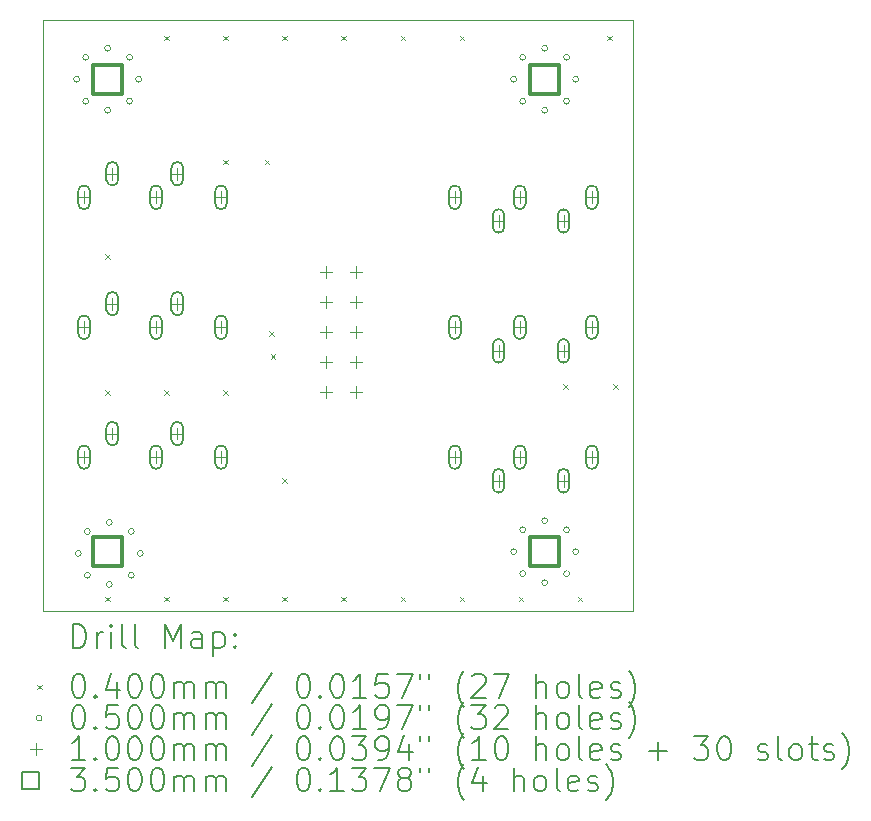
<source format=gbr>
%TF.GenerationSoftware,KiCad,Pcbnew,7.0.7*%
%TF.CreationDate,2023-11-05T15:47:58+01:00*%
%TF.ProjectId,K_BF,4b5f4246-2e6b-4696-9361-645f70636258,rev?*%
%TF.SameCoordinates,Original*%
%TF.FileFunction,Drillmap*%
%TF.FilePolarity,Positive*%
%FSLAX45Y45*%
G04 Gerber Fmt 4.5, Leading zero omitted, Abs format (unit mm)*
G04 Created by KiCad (PCBNEW 7.0.7) date 2023-11-05 15:47:58*
%MOMM*%
%LPD*%
G01*
G04 APERTURE LIST*
%ADD10C,0.100000*%
%ADD11C,0.200000*%
%ADD12C,0.040000*%
%ADD13C,0.050000*%
%ADD14C,0.350000*%
G04 APERTURE END LIST*
D10*
X12450000Y-4100000D02*
X17450000Y-4100000D01*
X17450000Y-9100000D01*
X12450000Y-9100000D01*
X12450000Y-4100000D01*
D11*
D12*
X12980000Y-6080000D02*
X13020000Y-6120000D01*
X13020000Y-6080000D02*
X12980000Y-6120000D01*
X12980000Y-7230000D02*
X13020000Y-7270000D01*
X13020000Y-7230000D02*
X12980000Y-7270000D01*
X12980000Y-8980000D02*
X13020000Y-9020000D01*
X13020000Y-8980000D02*
X12980000Y-9020000D01*
X13480000Y-4230000D02*
X13520000Y-4270000D01*
X13520000Y-4230000D02*
X13480000Y-4270000D01*
X13480000Y-7230000D02*
X13520000Y-7270000D01*
X13520000Y-7230000D02*
X13480000Y-7270000D01*
X13480000Y-8980000D02*
X13520000Y-9020000D01*
X13520000Y-8980000D02*
X13480000Y-9020000D01*
X13980000Y-4230000D02*
X14020000Y-4270000D01*
X14020000Y-4230000D02*
X13980000Y-4270000D01*
X13980000Y-5280000D02*
X14020000Y-5320000D01*
X14020000Y-5280000D02*
X13980000Y-5320000D01*
X13980000Y-7230000D02*
X14020000Y-7270000D01*
X14020000Y-7230000D02*
X13980000Y-7270000D01*
X13980000Y-8980000D02*
X14020000Y-9020000D01*
X14020000Y-8980000D02*
X13980000Y-9020000D01*
X14330000Y-5280000D02*
X14370000Y-5320000D01*
X14370000Y-5280000D02*
X14330000Y-5320000D01*
X14365000Y-6730000D02*
X14405000Y-6770000D01*
X14405000Y-6730000D02*
X14365000Y-6770000D01*
X14380000Y-6926250D02*
X14420000Y-6966250D01*
X14420000Y-6926250D02*
X14380000Y-6966250D01*
X14480000Y-4230000D02*
X14520000Y-4270000D01*
X14520000Y-4230000D02*
X14480000Y-4270000D01*
X14480000Y-7980000D02*
X14520000Y-8020000D01*
X14520000Y-7980000D02*
X14480000Y-8020000D01*
X14480000Y-8980000D02*
X14520000Y-9020000D01*
X14520000Y-8980000D02*
X14480000Y-9020000D01*
X14980000Y-4230000D02*
X15020000Y-4270000D01*
X15020000Y-4230000D02*
X14980000Y-4270000D01*
X14980000Y-8980000D02*
X15020000Y-9020000D01*
X15020000Y-8980000D02*
X14980000Y-9020000D01*
X15480000Y-4230000D02*
X15520000Y-4270000D01*
X15520000Y-4230000D02*
X15480000Y-4270000D01*
X15480000Y-8980000D02*
X15520000Y-9020000D01*
X15520000Y-8980000D02*
X15480000Y-9020000D01*
X15980000Y-4230000D02*
X16020000Y-4270000D01*
X16020000Y-4230000D02*
X15980000Y-4270000D01*
X15980000Y-8980000D02*
X16020000Y-9020000D01*
X16020000Y-8980000D02*
X15980000Y-9020000D01*
X16480000Y-8980000D02*
X16520000Y-9020000D01*
X16520000Y-8980000D02*
X16480000Y-9020000D01*
X16855000Y-7180000D02*
X16895000Y-7220000D01*
X16895000Y-7180000D02*
X16855000Y-7220000D01*
X16980000Y-8980000D02*
X17020000Y-9020000D01*
X17020000Y-8980000D02*
X16980000Y-9020000D01*
X17230000Y-4230000D02*
X17270000Y-4270000D01*
X17270000Y-4230000D02*
X17230000Y-4270000D01*
X17280000Y-7180000D02*
X17320000Y-7220000D01*
X17320000Y-7180000D02*
X17280000Y-7220000D01*
D13*
X12762500Y-4600000D02*
G75*
G03*
X12762500Y-4600000I-25000J0D01*
G01*
X12776884Y-8614385D02*
G75*
G03*
X12776884Y-8614385I-25000J0D01*
G01*
X12839384Y-4414385D02*
G75*
G03*
X12839384Y-4414385I-25000J0D01*
G01*
X12839384Y-4785616D02*
G75*
G03*
X12839384Y-4785616I-25000J0D01*
G01*
X12853769Y-8428769D02*
G75*
G03*
X12853769Y-8428769I-25000J0D01*
G01*
X12853769Y-8800000D02*
G75*
G03*
X12853769Y-8800000I-25000J0D01*
G01*
X13025000Y-4337500D02*
G75*
G03*
X13025000Y-4337500I-25000J0D01*
G01*
X13025000Y-4862500D02*
G75*
G03*
X13025000Y-4862500I-25000J0D01*
G01*
X13039384Y-8351884D02*
G75*
G03*
X13039384Y-8351884I-25000J0D01*
G01*
X13039384Y-8876885D02*
G75*
G03*
X13039384Y-8876885I-25000J0D01*
G01*
X13210615Y-4414385D02*
G75*
G03*
X13210615Y-4414385I-25000J0D01*
G01*
X13210615Y-4785616D02*
G75*
G03*
X13210615Y-4785616I-25000J0D01*
G01*
X13225000Y-8428769D02*
G75*
G03*
X13225000Y-8428769I-25000J0D01*
G01*
X13225000Y-8800000D02*
G75*
G03*
X13225000Y-8800000I-25000J0D01*
G01*
X13287500Y-4600000D02*
G75*
G03*
X13287500Y-4600000I-25000J0D01*
G01*
X13301884Y-8614385D02*
G75*
G03*
X13301884Y-8614385I-25000J0D01*
G01*
X16462500Y-4600000D02*
G75*
G03*
X16462500Y-4600000I-25000J0D01*
G01*
X16462500Y-8600000D02*
G75*
G03*
X16462500Y-8600000I-25000J0D01*
G01*
X16539384Y-4414385D02*
G75*
G03*
X16539384Y-4414385I-25000J0D01*
G01*
X16539384Y-4785616D02*
G75*
G03*
X16539384Y-4785616I-25000J0D01*
G01*
X16539384Y-8414385D02*
G75*
G03*
X16539384Y-8414385I-25000J0D01*
G01*
X16539384Y-8785616D02*
G75*
G03*
X16539384Y-8785616I-25000J0D01*
G01*
X16725000Y-4337500D02*
G75*
G03*
X16725000Y-4337500I-25000J0D01*
G01*
X16725000Y-4862500D02*
G75*
G03*
X16725000Y-4862500I-25000J0D01*
G01*
X16725000Y-8337500D02*
G75*
G03*
X16725000Y-8337500I-25000J0D01*
G01*
X16725000Y-8862500D02*
G75*
G03*
X16725000Y-8862500I-25000J0D01*
G01*
X16910616Y-4414385D02*
G75*
G03*
X16910616Y-4414385I-25000J0D01*
G01*
X16910616Y-4785616D02*
G75*
G03*
X16910616Y-4785616I-25000J0D01*
G01*
X16910616Y-8414385D02*
G75*
G03*
X16910616Y-8414385I-25000J0D01*
G01*
X16910616Y-8785616D02*
G75*
G03*
X16910616Y-8785616I-25000J0D01*
G01*
X16987500Y-4600000D02*
G75*
G03*
X16987500Y-4600000I-25000J0D01*
G01*
X16987500Y-8600000D02*
G75*
G03*
X16987500Y-8600000I-25000J0D01*
G01*
D10*
X12800000Y-5550000D02*
X12800000Y-5650000D01*
X12750000Y-5600000D02*
X12850000Y-5600000D01*
D11*
X12750000Y-5550000D02*
X12750000Y-5650000D01*
X12750000Y-5650000D02*
G75*
G03*
X12850000Y-5650000I50000J0D01*
G01*
X12850000Y-5650000D02*
X12850000Y-5550000D01*
X12850000Y-5550000D02*
G75*
G03*
X12750000Y-5550000I-50000J0D01*
G01*
D10*
X12800000Y-6650000D02*
X12800000Y-6750000D01*
X12750000Y-6700000D02*
X12850000Y-6700000D01*
D11*
X12750000Y-6650000D02*
X12750000Y-6750000D01*
X12750000Y-6750000D02*
G75*
G03*
X12850000Y-6750000I50000J0D01*
G01*
X12850000Y-6750000D02*
X12850000Y-6650000D01*
X12850000Y-6650000D02*
G75*
G03*
X12750000Y-6650000I-50000J0D01*
G01*
D10*
X12800000Y-7750000D02*
X12800000Y-7850000D01*
X12750000Y-7800000D02*
X12850000Y-7800000D01*
D11*
X12750000Y-7750000D02*
X12750000Y-7850000D01*
X12750000Y-7850000D02*
G75*
G03*
X12850000Y-7850000I50000J0D01*
G01*
X12850000Y-7850000D02*
X12850000Y-7750000D01*
X12850000Y-7750000D02*
G75*
G03*
X12750000Y-7750000I-50000J0D01*
G01*
D10*
X13040000Y-5350000D02*
X13040000Y-5450000D01*
X12990000Y-5400000D02*
X13090000Y-5400000D01*
D11*
X12990000Y-5350000D02*
X12990000Y-5450000D01*
X12990000Y-5450000D02*
G75*
G03*
X13090000Y-5450000I50000J0D01*
G01*
X13090000Y-5450000D02*
X13090000Y-5350000D01*
X13090000Y-5350000D02*
G75*
G03*
X12990000Y-5350000I-50000J0D01*
G01*
D10*
X13040000Y-6450000D02*
X13040000Y-6550000D01*
X12990000Y-6500000D02*
X13090000Y-6500000D01*
D11*
X12990000Y-6450000D02*
X12990000Y-6550000D01*
X12990000Y-6550000D02*
G75*
G03*
X13090000Y-6550000I50000J0D01*
G01*
X13090000Y-6550000D02*
X13090000Y-6450000D01*
X13090000Y-6450000D02*
G75*
G03*
X12990000Y-6450000I-50000J0D01*
G01*
D10*
X13040000Y-7550000D02*
X13040000Y-7650000D01*
X12990000Y-7600000D02*
X13090000Y-7600000D01*
D11*
X12990000Y-7550000D02*
X12990000Y-7650000D01*
X12990000Y-7650000D02*
G75*
G03*
X13090000Y-7650000I50000J0D01*
G01*
X13090000Y-7650000D02*
X13090000Y-7550000D01*
X13090000Y-7550000D02*
G75*
G03*
X12990000Y-7550000I-50000J0D01*
G01*
D10*
X13410000Y-5550000D02*
X13410000Y-5650000D01*
X13360000Y-5600000D02*
X13460000Y-5600000D01*
D11*
X13360000Y-5550000D02*
X13360000Y-5650000D01*
X13360000Y-5650000D02*
G75*
G03*
X13460000Y-5650000I50000J0D01*
G01*
X13460000Y-5650000D02*
X13460000Y-5550000D01*
X13460000Y-5550000D02*
G75*
G03*
X13360000Y-5550000I-50000J0D01*
G01*
D10*
X13410000Y-6650000D02*
X13410000Y-6750000D01*
X13360000Y-6700000D02*
X13460000Y-6700000D01*
D11*
X13360000Y-6650000D02*
X13360000Y-6750000D01*
X13360000Y-6750000D02*
G75*
G03*
X13460000Y-6750000I50000J0D01*
G01*
X13460000Y-6750000D02*
X13460000Y-6650000D01*
X13460000Y-6650000D02*
G75*
G03*
X13360000Y-6650000I-50000J0D01*
G01*
D10*
X13410000Y-7750000D02*
X13410000Y-7850000D01*
X13360000Y-7800000D02*
X13460000Y-7800000D01*
D11*
X13360000Y-7750000D02*
X13360000Y-7850000D01*
X13360000Y-7850000D02*
G75*
G03*
X13460000Y-7850000I50000J0D01*
G01*
X13460000Y-7850000D02*
X13460000Y-7750000D01*
X13460000Y-7750000D02*
G75*
G03*
X13360000Y-7750000I-50000J0D01*
G01*
D10*
X13590000Y-5350000D02*
X13590000Y-5450000D01*
X13540000Y-5400000D02*
X13640000Y-5400000D01*
D11*
X13540000Y-5350000D02*
X13540000Y-5450000D01*
X13540000Y-5450000D02*
G75*
G03*
X13640000Y-5450000I50000J0D01*
G01*
X13640000Y-5450000D02*
X13640000Y-5350000D01*
X13640000Y-5350000D02*
G75*
G03*
X13540000Y-5350000I-50000J0D01*
G01*
D10*
X13590000Y-6450000D02*
X13590000Y-6550000D01*
X13540000Y-6500000D02*
X13640000Y-6500000D01*
D11*
X13540000Y-6450000D02*
X13540000Y-6550000D01*
X13540000Y-6550000D02*
G75*
G03*
X13640000Y-6550000I50000J0D01*
G01*
X13640000Y-6550000D02*
X13640000Y-6450000D01*
X13640000Y-6450000D02*
G75*
G03*
X13540000Y-6450000I-50000J0D01*
G01*
D10*
X13590000Y-7550000D02*
X13590000Y-7650000D01*
X13540000Y-7600000D02*
X13640000Y-7600000D01*
D11*
X13540000Y-7550000D02*
X13540000Y-7650000D01*
X13540000Y-7650000D02*
G75*
G03*
X13640000Y-7650000I50000J0D01*
G01*
X13640000Y-7650000D02*
X13640000Y-7550000D01*
X13640000Y-7550000D02*
G75*
G03*
X13540000Y-7550000I-50000J0D01*
G01*
D10*
X13960000Y-5550000D02*
X13960000Y-5650000D01*
X13910000Y-5600000D02*
X14010000Y-5600000D01*
D11*
X13910000Y-5550000D02*
X13910000Y-5650000D01*
X13910000Y-5650000D02*
G75*
G03*
X14010000Y-5650000I50000J0D01*
G01*
X14010000Y-5650000D02*
X14010000Y-5550000D01*
X14010000Y-5550000D02*
G75*
G03*
X13910000Y-5550000I-50000J0D01*
G01*
D10*
X13960000Y-6650000D02*
X13960000Y-6750000D01*
X13910000Y-6700000D02*
X14010000Y-6700000D01*
D11*
X13910000Y-6650000D02*
X13910000Y-6750000D01*
X13910000Y-6750000D02*
G75*
G03*
X14010000Y-6750000I50000J0D01*
G01*
X14010000Y-6750000D02*
X14010000Y-6650000D01*
X14010000Y-6650000D02*
G75*
G03*
X13910000Y-6650000I-50000J0D01*
G01*
D10*
X13960000Y-7750000D02*
X13960000Y-7850000D01*
X13910000Y-7800000D02*
X14010000Y-7800000D01*
D11*
X13910000Y-7750000D02*
X13910000Y-7850000D01*
X13910000Y-7850000D02*
G75*
G03*
X14010000Y-7850000I50000J0D01*
G01*
X14010000Y-7850000D02*
X14010000Y-7750000D01*
X14010000Y-7750000D02*
G75*
G03*
X13910000Y-7750000I-50000J0D01*
G01*
D10*
X14846000Y-6184000D02*
X14846000Y-6284000D01*
X14796000Y-6234000D02*
X14896000Y-6234000D01*
X14846000Y-6438000D02*
X14846000Y-6538000D01*
X14796000Y-6488000D02*
X14896000Y-6488000D01*
X14846000Y-6692000D02*
X14846000Y-6792000D01*
X14796000Y-6742000D02*
X14896000Y-6742000D01*
X14846000Y-6946000D02*
X14846000Y-7046000D01*
X14796000Y-6996000D02*
X14896000Y-6996000D01*
X14846000Y-7200000D02*
X14846000Y-7300000D01*
X14796000Y-7250000D02*
X14896000Y-7250000D01*
X15100000Y-6184000D02*
X15100000Y-6284000D01*
X15050000Y-6234000D02*
X15150000Y-6234000D01*
X15100000Y-6438000D02*
X15100000Y-6538000D01*
X15050000Y-6488000D02*
X15150000Y-6488000D01*
X15100000Y-6692000D02*
X15100000Y-6792000D01*
X15050000Y-6742000D02*
X15150000Y-6742000D01*
X15100000Y-6946000D02*
X15100000Y-7046000D01*
X15050000Y-6996000D02*
X15150000Y-6996000D01*
X15100000Y-7200000D02*
X15100000Y-7300000D01*
X15050000Y-7250000D02*
X15150000Y-7250000D01*
X15940000Y-5550000D02*
X15940000Y-5650000D01*
X15890000Y-5600000D02*
X15990000Y-5600000D01*
D11*
X15990000Y-5650000D02*
X15990000Y-5550000D01*
X15990000Y-5550000D02*
G75*
G03*
X15890000Y-5550000I-50000J0D01*
G01*
X15890000Y-5550000D02*
X15890000Y-5650000D01*
X15890000Y-5650000D02*
G75*
G03*
X15990000Y-5650000I50000J0D01*
G01*
D10*
X15940000Y-6650000D02*
X15940000Y-6750000D01*
X15890000Y-6700000D02*
X15990000Y-6700000D01*
D11*
X15990000Y-6750000D02*
X15990000Y-6650000D01*
X15990000Y-6650000D02*
G75*
G03*
X15890000Y-6650000I-50000J0D01*
G01*
X15890000Y-6650000D02*
X15890000Y-6750000D01*
X15890000Y-6750000D02*
G75*
G03*
X15990000Y-6750000I50000J0D01*
G01*
D10*
X15940000Y-7750000D02*
X15940000Y-7850000D01*
X15890000Y-7800000D02*
X15990000Y-7800000D01*
D11*
X15990000Y-7850000D02*
X15990000Y-7750000D01*
X15990000Y-7750000D02*
G75*
G03*
X15890000Y-7750000I-50000J0D01*
G01*
X15890000Y-7750000D02*
X15890000Y-7850000D01*
X15890000Y-7850000D02*
G75*
G03*
X15990000Y-7850000I50000J0D01*
G01*
D10*
X16310000Y-5750000D02*
X16310000Y-5850000D01*
X16260000Y-5800000D02*
X16360000Y-5800000D01*
D11*
X16360000Y-5850000D02*
X16360000Y-5750000D01*
X16360000Y-5750000D02*
G75*
G03*
X16260000Y-5750000I-50000J0D01*
G01*
X16260000Y-5750000D02*
X16260000Y-5850000D01*
X16260000Y-5850000D02*
G75*
G03*
X16360000Y-5850000I50000J0D01*
G01*
D10*
X16310000Y-6850000D02*
X16310000Y-6950000D01*
X16260000Y-6900000D02*
X16360000Y-6900000D01*
D11*
X16360000Y-6950000D02*
X16360000Y-6850000D01*
X16360000Y-6850000D02*
G75*
G03*
X16260000Y-6850000I-50000J0D01*
G01*
X16260000Y-6850000D02*
X16260000Y-6950000D01*
X16260000Y-6950000D02*
G75*
G03*
X16360000Y-6950000I50000J0D01*
G01*
D10*
X16310000Y-7950000D02*
X16310000Y-8050000D01*
X16260000Y-8000000D02*
X16360000Y-8000000D01*
D11*
X16360000Y-8050000D02*
X16360000Y-7950000D01*
X16360000Y-7950000D02*
G75*
G03*
X16260000Y-7950000I-50000J0D01*
G01*
X16260000Y-7950000D02*
X16260000Y-8050000D01*
X16260000Y-8050000D02*
G75*
G03*
X16360000Y-8050000I50000J0D01*
G01*
D10*
X16490000Y-5550000D02*
X16490000Y-5650000D01*
X16440000Y-5600000D02*
X16540000Y-5600000D01*
D11*
X16540000Y-5650000D02*
X16540000Y-5550000D01*
X16540000Y-5550000D02*
G75*
G03*
X16440000Y-5550000I-50000J0D01*
G01*
X16440000Y-5550000D02*
X16440000Y-5650000D01*
X16440000Y-5650000D02*
G75*
G03*
X16540000Y-5650000I50000J0D01*
G01*
D10*
X16490000Y-6650000D02*
X16490000Y-6750000D01*
X16440000Y-6700000D02*
X16540000Y-6700000D01*
D11*
X16540000Y-6750000D02*
X16540000Y-6650000D01*
X16540000Y-6650000D02*
G75*
G03*
X16440000Y-6650000I-50000J0D01*
G01*
X16440000Y-6650000D02*
X16440000Y-6750000D01*
X16440000Y-6750000D02*
G75*
G03*
X16540000Y-6750000I50000J0D01*
G01*
D10*
X16490000Y-7750000D02*
X16490000Y-7850000D01*
X16440000Y-7800000D02*
X16540000Y-7800000D01*
D11*
X16540000Y-7850000D02*
X16540000Y-7750000D01*
X16540000Y-7750000D02*
G75*
G03*
X16440000Y-7750000I-50000J0D01*
G01*
X16440000Y-7750000D02*
X16440000Y-7850000D01*
X16440000Y-7850000D02*
G75*
G03*
X16540000Y-7850000I50000J0D01*
G01*
D10*
X16860000Y-5750000D02*
X16860000Y-5850000D01*
X16810000Y-5800000D02*
X16910000Y-5800000D01*
D11*
X16910000Y-5850000D02*
X16910000Y-5750000D01*
X16910000Y-5750000D02*
G75*
G03*
X16810000Y-5750000I-50000J0D01*
G01*
X16810000Y-5750000D02*
X16810000Y-5850000D01*
X16810000Y-5850000D02*
G75*
G03*
X16910000Y-5850000I50000J0D01*
G01*
D10*
X16860000Y-6850000D02*
X16860000Y-6950000D01*
X16810000Y-6900000D02*
X16910000Y-6900000D01*
D11*
X16910000Y-6950000D02*
X16910000Y-6850000D01*
X16910000Y-6850000D02*
G75*
G03*
X16810000Y-6850000I-50000J0D01*
G01*
X16810000Y-6850000D02*
X16810000Y-6950000D01*
X16810000Y-6950000D02*
G75*
G03*
X16910000Y-6950000I50000J0D01*
G01*
D10*
X16860000Y-7950000D02*
X16860000Y-8050000D01*
X16810000Y-8000000D02*
X16910000Y-8000000D01*
D11*
X16910000Y-8050000D02*
X16910000Y-7950000D01*
X16910000Y-7950000D02*
G75*
G03*
X16810000Y-7950000I-50000J0D01*
G01*
X16810000Y-7950000D02*
X16810000Y-8050000D01*
X16810000Y-8050000D02*
G75*
G03*
X16910000Y-8050000I50000J0D01*
G01*
D10*
X17100000Y-5550000D02*
X17100000Y-5650000D01*
X17050000Y-5600000D02*
X17150000Y-5600000D01*
D11*
X17150000Y-5650000D02*
X17150000Y-5550000D01*
X17150000Y-5550000D02*
G75*
G03*
X17050000Y-5550000I-50000J0D01*
G01*
X17050000Y-5550000D02*
X17050000Y-5650000D01*
X17050000Y-5650000D02*
G75*
G03*
X17150000Y-5650000I50000J0D01*
G01*
D10*
X17100000Y-6650000D02*
X17100000Y-6750000D01*
X17050000Y-6700000D02*
X17150000Y-6700000D01*
D11*
X17150000Y-6750000D02*
X17150000Y-6650000D01*
X17150000Y-6650000D02*
G75*
G03*
X17050000Y-6650000I-50000J0D01*
G01*
X17050000Y-6650000D02*
X17050000Y-6750000D01*
X17050000Y-6750000D02*
G75*
G03*
X17150000Y-6750000I50000J0D01*
G01*
D10*
X17100000Y-7750000D02*
X17100000Y-7850000D01*
X17050000Y-7800000D02*
X17150000Y-7800000D01*
D11*
X17150000Y-7850000D02*
X17150000Y-7750000D01*
X17150000Y-7750000D02*
G75*
G03*
X17050000Y-7750000I-50000J0D01*
G01*
X17050000Y-7750000D02*
X17050000Y-7850000D01*
X17050000Y-7850000D02*
G75*
G03*
X17150000Y-7850000I50000J0D01*
G01*
D14*
X13123745Y-4723745D02*
X13123745Y-4476255D01*
X12876255Y-4476255D01*
X12876255Y-4723745D01*
X13123745Y-4723745D01*
X13123745Y-8723745D02*
X13123745Y-8476255D01*
X12876255Y-8476255D01*
X12876255Y-8723745D01*
X13123745Y-8723745D01*
X16823745Y-4723745D02*
X16823745Y-4476255D01*
X16576255Y-4476255D01*
X16576255Y-4723745D01*
X16823745Y-4723745D01*
X16823745Y-8723745D02*
X16823745Y-8476255D01*
X16576255Y-8476255D01*
X16576255Y-8723745D01*
X16823745Y-8723745D01*
D11*
X12705777Y-9416484D02*
X12705777Y-9216484D01*
X12705777Y-9216484D02*
X12753396Y-9216484D01*
X12753396Y-9216484D02*
X12781967Y-9226008D01*
X12781967Y-9226008D02*
X12801015Y-9245055D01*
X12801015Y-9245055D02*
X12810539Y-9264103D01*
X12810539Y-9264103D02*
X12820062Y-9302198D01*
X12820062Y-9302198D02*
X12820062Y-9330770D01*
X12820062Y-9330770D02*
X12810539Y-9368865D01*
X12810539Y-9368865D02*
X12801015Y-9387912D01*
X12801015Y-9387912D02*
X12781967Y-9406960D01*
X12781967Y-9406960D02*
X12753396Y-9416484D01*
X12753396Y-9416484D02*
X12705777Y-9416484D01*
X12905777Y-9416484D02*
X12905777Y-9283150D01*
X12905777Y-9321246D02*
X12915301Y-9302198D01*
X12915301Y-9302198D02*
X12924824Y-9292674D01*
X12924824Y-9292674D02*
X12943872Y-9283150D01*
X12943872Y-9283150D02*
X12962920Y-9283150D01*
X13029586Y-9416484D02*
X13029586Y-9283150D01*
X13029586Y-9216484D02*
X13020062Y-9226008D01*
X13020062Y-9226008D02*
X13029586Y-9235531D01*
X13029586Y-9235531D02*
X13039110Y-9226008D01*
X13039110Y-9226008D02*
X13029586Y-9216484D01*
X13029586Y-9216484D02*
X13029586Y-9235531D01*
X13153396Y-9416484D02*
X13134348Y-9406960D01*
X13134348Y-9406960D02*
X13124824Y-9387912D01*
X13124824Y-9387912D02*
X13124824Y-9216484D01*
X13258158Y-9416484D02*
X13239110Y-9406960D01*
X13239110Y-9406960D02*
X13229586Y-9387912D01*
X13229586Y-9387912D02*
X13229586Y-9216484D01*
X13486729Y-9416484D02*
X13486729Y-9216484D01*
X13486729Y-9216484D02*
X13553396Y-9359341D01*
X13553396Y-9359341D02*
X13620062Y-9216484D01*
X13620062Y-9216484D02*
X13620062Y-9416484D01*
X13801015Y-9416484D02*
X13801015Y-9311722D01*
X13801015Y-9311722D02*
X13791491Y-9292674D01*
X13791491Y-9292674D02*
X13772443Y-9283150D01*
X13772443Y-9283150D02*
X13734348Y-9283150D01*
X13734348Y-9283150D02*
X13715301Y-9292674D01*
X13801015Y-9406960D02*
X13781967Y-9416484D01*
X13781967Y-9416484D02*
X13734348Y-9416484D01*
X13734348Y-9416484D02*
X13715301Y-9406960D01*
X13715301Y-9406960D02*
X13705777Y-9387912D01*
X13705777Y-9387912D02*
X13705777Y-9368865D01*
X13705777Y-9368865D02*
X13715301Y-9349817D01*
X13715301Y-9349817D02*
X13734348Y-9340293D01*
X13734348Y-9340293D02*
X13781967Y-9340293D01*
X13781967Y-9340293D02*
X13801015Y-9330770D01*
X13896253Y-9283150D02*
X13896253Y-9483150D01*
X13896253Y-9292674D02*
X13915301Y-9283150D01*
X13915301Y-9283150D02*
X13953396Y-9283150D01*
X13953396Y-9283150D02*
X13972443Y-9292674D01*
X13972443Y-9292674D02*
X13981967Y-9302198D01*
X13981967Y-9302198D02*
X13991491Y-9321246D01*
X13991491Y-9321246D02*
X13991491Y-9378389D01*
X13991491Y-9378389D02*
X13981967Y-9397436D01*
X13981967Y-9397436D02*
X13972443Y-9406960D01*
X13972443Y-9406960D02*
X13953396Y-9416484D01*
X13953396Y-9416484D02*
X13915301Y-9416484D01*
X13915301Y-9416484D02*
X13896253Y-9406960D01*
X14077205Y-9397436D02*
X14086729Y-9406960D01*
X14086729Y-9406960D02*
X14077205Y-9416484D01*
X14077205Y-9416484D02*
X14067682Y-9406960D01*
X14067682Y-9406960D02*
X14077205Y-9397436D01*
X14077205Y-9397436D02*
X14077205Y-9416484D01*
X14077205Y-9292674D02*
X14086729Y-9302198D01*
X14086729Y-9302198D02*
X14077205Y-9311722D01*
X14077205Y-9311722D02*
X14067682Y-9302198D01*
X14067682Y-9302198D02*
X14077205Y-9292674D01*
X14077205Y-9292674D02*
X14077205Y-9311722D01*
D12*
X12405000Y-9725000D02*
X12445000Y-9765000D01*
X12445000Y-9725000D02*
X12405000Y-9765000D01*
D11*
X12743872Y-9636484D02*
X12762920Y-9636484D01*
X12762920Y-9636484D02*
X12781967Y-9646008D01*
X12781967Y-9646008D02*
X12791491Y-9655531D01*
X12791491Y-9655531D02*
X12801015Y-9674579D01*
X12801015Y-9674579D02*
X12810539Y-9712674D01*
X12810539Y-9712674D02*
X12810539Y-9760293D01*
X12810539Y-9760293D02*
X12801015Y-9798389D01*
X12801015Y-9798389D02*
X12791491Y-9817436D01*
X12791491Y-9817436D02*
X12781967Y-9826960D01*
X12781967Y-9826960D02*
X12762920Y-9836484D01*
X12762920Y-9836484D02*
X12743872Y-9836484D01*
X12743872Y-9836484D02*
X12724824Y-9826960D01*
X12724824Y-9826960D02*
X12715301Y-9817436D01*
X12715301Y-9817436D02*
X12705777Y-9798389D01*
X12705777Y-9798389D02*
X12696253Y-9760293D01*
X12696253Y-9760293D02*
X12696253Y-9712674D01*
X12696253Y-9712674D02*
X12705777Y-9674579D01*
X12705777Y-9674579D02*
X12715301Y-9655531D01*
X12715301Y-9655531D02*
X12724824Y-9646008D01*
X12724824Y-9646008D02*
X12743872Y-9636484D01*
X12896253Y-9817436D02*
X12905777Y-9826960D01*
X12905777Y-9826960D02*
X12896253Y-9836484D01*
X12896253Y-9836484D02*
X12886729Y-9826960D01*
X12886729Y-9826960D02*
X12896253Y-9817436D01*
X12896253Y-9817436D02*
X12896253Y-9836484D01*
X13077205Y-9703150D02*
X13077205Y-9836484D01*
X13029586Y-9626960D02*
X12981967Y-9769817D01*
X12981967Y-9769817D02*
X13105777Y-9769817D01*
X13220062Y-9636484D02*
X13239110Y-9636484D01*
X13239110Y-9636484D02*
X13258158Y-9646008D01*
X13258158Y-9646008D02*
X13267682Y-9655531D01*
X13267682Y-9655531D02*
X13277205Y-9674579D01*
X13277205Y-9674579D02*
X13286729Y-9712674D01*
X13286729Y-9712674D02*
X13286729Y-9760293D01*
X13286729Y-9760293D02*
X13277205Y-9798389D01*
X13277205Y-9798389D02*
X13267682Y-9817436D01*
X13267682Y-9817436D02*
X13258158Y-9826960D01*
X13258158Y-9826960D02*
X13239110Y-9836484D01*
X13239110Y-9836484D02*
X13220062Y-9836484D01*
X13220062Y-9836484D02*
X13201015Y-9826960D01*
X13201015Y-9826960D02*
X13191491Y-9817436D01*
X13191491Y-9817436D02*
X13181967Y-9798389D01*
X13181967Y-9798389D02*
X13172443Y-9760293D01*
X13172443Y-9760293D02*
X13172443Y-9712674D01*
X13172443Y-9712674D02*
X13181967Y-9674579D01*
X13181967Y-9674579D02*
X13191491Y-9655531D01*
X13191491Y-9655531D02*
X13201015Y-9646008D01*
X13201015Y-9646008D02*
X13220062Y-9636484D01*
X13410539Y-9636484D02*
X13429586Y-9636484D01*
X13429586Y-9636484D02*
X13448634Y-9646008D01*
X13448634Y-9646008D02*
X13458158Y-9655531D01*
X13458158Y-9655531D02*
X13467682Y-9674579D01*
X13467682Y-9674579D02*
X13477205Y-9712674D01*
X13477205Y-9712674D02*
X13477205Y-9760293D01*
X13477205Y-9760293D02*
X13467682Y-9798389D01*
X13467682Y-9798389D02*
X13458158Y-9817436D01*
X13458158Y-9817436D02*
X13448634Y-9826960D01*
X13448634Y-9826960D02*
X13429586Y-9836484D01*
X13429586Y-9836484D02*
X13410539Y-9836484D01*
X13410539Y-9836484D02*
X13391491Y-9826960D01*
X13391491Y-9826960D02*
X13381967Y-9817436D01*
X13381967Y-9817436D02*
X13372443Y-9798389D01*
X13372443Y-9798389D02*
X13362920Y-9760293D01*
X13362920Y-9760293D02*
X13362920Y-9712674D01*
X13362920Y-9712674D02*
X13372443Y-9674579D01*
X13372443Y-9674579D02*
X13381967Y-9655531D01*
X13381967Y-9655531D02*
X13391491Y-9646008D01*
X13391491Y-9646008D02*
X13410539Y-9636484D01*
X13562920Y-9836484D02*
X13562920Y-9703150D01*
X13562920Y-9722198D02*
X13572443Y-9712674D01*
X13572443Y-9712674D02*
X13591491Y-9703150D01*
X13591491Y-9703150D02*
X13620063Y-9703150D01*
X13620063Y-9703150D02*
X13639110Y-9712674D01*
X13639110Y-9712674D02*
X13648634Y-9731722D01*
X13648634Y-9731722D02*
X13648634Y-9836484D01*
X13648634Y-9731722D02*
X13658158Y-9712674D01*
X13658158Y-9712674D02*
X13677205Y-9703150D01*
X13677205Y-9703150D02*
X13705777Y-9703150D01*
X13705777Y-9703150D02*
X13724824Y-9712674D01*
X13724824Y-9712674D02*
X13734348Y-9731722D01*
X13734348Y-9731722D02*
X13734348Y-9836484D01*
X13829586Y-9836484D02*
X13829586Y-9703150D01*
X13829586Y-9722198D02*
X13839110Y-9712674D01*
X13839110Y-9712674D02*
X13858158Y-9703150D01*
X13858158Y-9703150D02*
X13886729Y-9703150D01*
X13886729Y-9703150D02*
X13905777Y-9712674D01*
X13905777Y-9712674D02*
X13915301Y-9731722D01*
X13915301Y-9731722D02*
X13915301Y-9836484D01*
X13915301Y-9731722D02*
X13924824Y-9712674D01*
X13924824Y-9712674D02*
X13943872Y-9703150D01*
X13943872Y-9703150D02*
X13972443Y-9703150D01*
X13972443Y-9703150D02*
X13991491Y-9712674D01*
X13991491Y-9712674D02*
X14001015Y-9731722D01*
X14001015Y-9731722D02*
X14001015Y-9836484D01*
X14391491Y-9626960D02*
X14220063Y-9884103D01*
X14648634Y-9636484D02*
X14667682Y-9636484D01*
X14667682Y-9636484D02*
X14686729Y-9646008D01*
X14686729Y-9646008D02*
X14696253Y-9655531D01*
X14696253Y-9655531D02*
X14705777Y-9674579D01*
X14705777Y-9674579D02*
X14715301Y-9712674D01*
X14715301Y-9712674D02*
X14715301Y-9760293D01*
X14715301Y-9760293D02*
X14705777Y-9798389D01*
X14705777Y-9798389D02*
X14696253Y-9817436D01*
X14696253Y-9817436D02*
X14686729Y-9826960D01*
X14686729Y-9826960D02*
X14667682Y-9836484D01*
X14667682Y-9836484D02*
X14648634Y-9836484D01*
X14648634Y-9836484D02*
X14629586Y-9826960D01*
X14629586Y-9826960D02*
X14620063Y-9817436D01*
X14620063Y-9817436D02*
X14610539Y-9798389D01*
X14610539Y-9798389D02*
X14601015Y-9760293D01*
X14601015Y-9760293D02*
X14601015Y-9712674D01*
X14601015Y-9712674D02*
X14610539Y-9674579D01*
X14610539Y-9674579D02*
X14620063Y-9655531D01*
X14620063Y-9655531D02*
X14629586Y-9646008D01*
X14629586Y-9646008D02*
X14648634Y-9636484D01*
X14801015Y-9817436D02*
X14810539Y-9826960D01*
X14810539Y-9826960D02*
X14801015Y-9836484D01*
X14801015Y-9836484D02*
X14791491Y-9826960D01*
X14791491Y-9826960D02*
X14801015Y-9817436D01*
X14801015Y-9817436D02*
X14801015Y-9836484D01*
X14934348Y-9636484D02*
X14953396Y-9636484D01*
X14953396Y-9636484D02*
X14972444Y-9646008D01*
X14972444Y-9646008D02*
X14981967Y-9655531D01*
X14981967Y-9655531D02*
X14991491Y-9674579D01*
X14991491Y-9674579D02*
X15001015Y-9712674D01*
X15001015Y-9712674D02*
X15001015Y-9760293D01*
X15001015Y-9760293D02*
X14991491Y-9798389D01*
X14991491Y-9798389D02*
X14981967Y-9817436D01*
X14981967Y-9817436D02*
X14972444Y-9826960D01*
X14972444Y-9826960D02*
X14953396Y-9836484D01*
X14953396Y-9836484D02*
X14934348Y-9836484D01*
X14934348Y-9836484D02*
X14915301Y-9826960D01*
X14915301Y-9826960D02*
X14905777Y-9817436D01*
X14905777Y-9817436D02*
X14896253Y-9798389D01*
X14896253Y-9798389D02*
X14886729Y-9760293D01*
X14886729Y-9760293D02*
X14886729Y-9712674D01*
X14886729Y-9712674D02*
X14896253Y-9674579D01*
X14896253Y-9674579D02*
X14905777Y-9655531D01*
X14905777Y-9655531D02*
X14915301Y-9646008D01*
X14915301Y-9646008D02*
X14934348Y-9636484D01*
X15191491Y-9836484D02*
X15077206Y-9836484D01*
X15134348Y-9836484D02*
X15134348Y-9636484D01*
X15134348Y-9636484D02*
X15115301Y-9665055D01*
X15115301Y-9665055D02*
X15096253Y-9684103D01*
X15096253Y-9684103D02*
X15077206Y-9693627D01*
X15372444Y-9636484D02*
X15277206Y-9636484D01*
X15277206Y-9636484D02*
X15267682Y-9731722D01*
X15267682Y-9731722D02*
X15277206Y-9722198D01*
X15277206Y-9722198D02*
X15296253Y-9712674D01*
X15296253Y-9712674D02*
X15343872Y-9712674D01*
X15343872Y-9712674D02*
X15362920Y-9722198D01*
X15362920Y-9722198D02*
X15372444Y-9731722D01*
X15372444Y-9731722D02*
X15381967Y-9750770D01*
X15381967Y-9750770D02*
X15381967Y-9798389D01*
X15381967Y-9798389D02*
X15372444Y-9817436D01*
X15372444Y-9817436D02*
X15362920Y-9826960D01*
X15362920Y-9826960D02*
X15343872Y-9836484D01*
X15343872Y-9836484D02*
X15296253Y-9836484D01*
X15296253Y-9836484D02*
X15277206Y-9826960D01*
X15277206Y-9826960D02*
X15267682Y-9817436D01*
X15448634Y-9636484D02*
X15581967Y-9636484D01*
X15581967Y-9636484D02*
X15496253Y-9836484D01*
X15648634Y-9636484D02*
X15648634Y-9674579D01*
X15724825Y-9636484D02*
X15724825Y-9674579D01*
X16020063Y-9912674D02*
X16010539Y-9903150D01*
X16010539Y-9903150D02*
X15991491Y-9874579D01*
X15991491Y-9874579D02*
X15981968Y-9855531D01*
X15981968Y-9855531D02*
X15972444Y-9826960D01*
X15972444Y-9826960D02*
X15962920Y-9779341D01*
X15962920Y-9779341D02*
X15962920Y-9741246D01*
X15962920Y-9741246D02*
X15972444Y-9693627D01*
X15972444Y-9693627D02*
X15981968Y-9665055D01*
X15981968Y-9665055D02*
X15991491Y-9646008D01*
X15991491Y-9646008D02*
X16010539Y-9617436D01*
X16010539Y-9617436D02*
X16020063Y-9607912D01*
X16086729Y-9655531D02*
X16096253Y-9646008D01*
X16096253Y-9646008D02*
X16115301Y-9636484D01*
X16115301Y-9636484D02*
X16162920Y-9636484D01*
X16162920Y-9636484D02*
X16181968Y-9646008D01*
X16181968Y-9646008D02*
X16191491Y-9655531D01*
X16191491Y-9655531D02*
X16201015Y-9674579D01*
X16201015Y-9674579D02*
X16201015Y-9693627D01*
X16201015Y-9693627D02*
X16191491Y-9722198D01*
X16191491Y-9722198D02*
X16077206Y-9836484D01*
X16077206Y-9836484D02*
X16201015Y-9836484D01*
X16267682Y-9636484D02*
X16401015Y-9636484D01*
X16401015Y-9636484D02*
X16315301Y-9836484D01*
X16629587Y-9836484D02*
X16629587Y-9636484D01*
X16715301Y-9836484D02*
X16715301Y-9731722D01*
X16715301Y-9731722D02*
X16705777Y-9712674D01*
X16705777Y-9712674D02*
X16686730Y-9703150D01*
X16686730Y-9703150D02*
X16658158Y-9703150D01*
X16658158Y-9703150D02*
X16639110Y-9712674D01*
X16639110Y-9712674D02*
X16629587Y-9722198D01*
X16839111Y-9836484D02*
X16820063Y-9826960D01*
X16820063Y-9826960D02*
X16810539Y-9817436D01*
X16810539Y-9817436D02*
X16801015Y-9798389D01*
X16801015Y-9798389D02*
X16801015Y-9741246D01*
X16801015Y-9741246D02*
X16810539Y-9722198D01*
X16810539Y-9722198D02*
X16820063Y-9712674D01*
X16820063Y-9712674D02*
X16839111Y-9703150D01*
X16839111Y-9703150D02*
X16867682Y-9703150D01*
X16867682Y-9703150D02*
X16886730Y-9712674D01*
X16886730Y-9712674D02*
X16896253Y-9722198D01*
X16896253Y-9722198D02*
X16905777Y-9741246D01*
X16905777Y-9741246D02*
X16905777Y-9798389D01*
X16905777Y-9798389D02*
X16896253Y-9817436D01*
X16896253Y-9817436D02*
X16886730Y-9826960D01*
X16886730Y-9826960D02*
X16867682Y-9836484D01*
X16867682Y-9836484D02*
X16839111Y-9836484D01*
X17020063Y-9836484D02*
X17001015Y-9826960D01*
X17001015Y-9826960D02*
X16991492Y-9807912D01*
X16991492Y-9807912D02*
X16991492Y-9636484D01*
X17172444Y-9826960D02*
X17153396Y-9836484D01*
X17153396Y-9836484D02*
X17115301Y-9836484D01*
X17115301Y-9836484D02*
X17096253Y-9826960D01*
X17096253Y-9826960D02*
X17086730Y-9807912D01*
X17086730Y-9807912D02*
X17086730Y-9731722D01*
X17086730Y-9731722D02*
X17096253Y-9712674D01*
X17096253Y-9712674D02*
X17115301Y-9703150D01*
X17115301Y-9703150D02*
X17153396Y-9703150D01*
X17153396Y-9703150D02*
X17172444Y-9712674D01*
X17172444Y-9712674D02*
X17181968Y-9731722D01*
X17181968Y-9731722D02*
X17181968Y-9750770D01*
X17181968Y-9750770D02*
X17086730Y-9769817D01*
X17258158Y-9826960D02*
X17277206Y-9836484D01*
X17277206Y-9836484D02*
X17315301Y-9836484D01*
X17315301Y-9836484D02*
X17334349Y-9826960D01*
X17334349Y-9826960D02*
X17343873Y-9807912D01*
X17343873Y-9807912D02*
X17343873Y-9798389D01*
X17343873Y-9798389D02*
X17334349Y-9779341D01*
X17334349Y-9779341D02*
X17315301Y-9769817D01*
X17315301Y-9769817D02*
X17286730Y-9769817D01*
X17286730Y-9769817D02*
X17267682Y-9760293D01*
X17267682Y-9760293D02*
X17258158Y-9741246D01*
X17258158Y-9741246D02*
X17258158Y-9731722D01*
X17258158Y-9731722D02*
X17267682Y-9712674D01*
X17267682Y-9712674D02*
X17286730Y-9703150D01*
X17286730Y-9703150D02*
X17315301Y-9703150D01*
X17315301Y-9703150D02*
X17334349Y-9712674D01*
X17410539Y-9912674D02*
X17420063Y-9903150D01*
X17420063Y-9903150D02*
X17439111Y-9874579D01*
X17439111Y-9874579D02*
X17448634Y-9855531D01*
X17448634Y-9855531D02*
X17458158Y-9826960D01*
X17458158Y-9826960D02*
X17467682Y-9779341D01*
X17467682Y-9779341D02*
X17467682Y-9741246D01*
X17467682Y-9741246D02*
X17458158Y-9693627D01*
X17458158Y-9693627D02*
X17448634Y-9665055D01*
X17448634Y-9665055D02*
X17439111Y-9646008D01*
X17439111Y-9646008D02*
X17420063Y-9617436D01*
X17420063Y-9617436D02*
X17410539Y-9607912D01*
D13*
X12445000Y-10009000D02*
G75*
G03*
X12445000Y-10009000I-25000J0D01*
G01*
D11*
X12743872Y-9900484D02*
X12762920Y-9900484D01*
X12762920Y-9900484D02*
X12781967Y-9910008D01*
X12781967Y-9910008D02*
X12791491Y-9919531D01*
X12791491Y-9919531D02*
X12801015Y-9938579D01*
X12801015Y-9938579D02*
X12810539Y-9976674D01*
X12810539Y-9976674D02*
X12810539Y-10024293D01*
X12810539Y-10024293D02*
X12801015Y-10062389D01*
X12801015Y-10062389D02*
X12791491Y-10081436D01*
X12791491Y-10081436D02*
X12781967Y-10090960D01*
X12781967Y-10090960D02*
X12762920Y-10100484D01*
X12762920Y-10100484D02*
X12743872Y-10100484D01*
X12743872Y-10100484D02*
X12724824Y-10090960D01*
X12724824Y-10090960D02*
X12715301Y-10081436D01*
X12715301Y-10081436D02*
X12705777Y-10062389D01*
X12705777Y-10062389D02*
X12696253Y-10024293D01*
X12696253Y-10024293D02*
X12696253Y-9976674D01*
X12696253Y-9976674D02*
X12705777Y-9938579D01*
X12705777Y-9938579D02*
X12715301Y-9919531D01*
X12715301Y-9919531D02*
X12724824Y-9910008D01*
X12724824Y-9910008D02*
X12743872Y-9900484D01*
X12896253Y-10081436D02*
X12905777Y-10090960D01*
X12905777Y-10090960D02*
X12896253Y-10100484D01*
X12896253Y-10100484D02*
X12886729Y-10090960D01*
X12886729Y-10090960D02*
X12896253Y-10081436D01*
X12896253Y-10081436D02*
X12896253Y-10100484D01*
X13086729Y-9900484D02*
X12991491Y-9900484D01*
X12991491Y-9900484D02*
X12981967Y-9995722D01*
X12981967Y-9995722D02*
X12991491Y-9986198D01*
X12991491Y-9986198D02*
X13010539Y-9976674D01*
X13010539Y-9976674D02*
X13058158Y-9976674D01*
X13058158Y-9976674D02*
X13077205Y-9986198D01*
X13077205Y-9986198D02*
X13086729Y-9995722D01*
X13086729Y-9995722D02*
X13096253Y-10014770D01*
X13096253Y-10014770D02*
X13096253Y-10062389D01*
X13096253Y-10062389D02*
X13086729Y-10081436D01*
X13086729Y-10081436D02*
X13077205Y-10090960D01*
X13077205Y-10090960D02*
X13058158Y-10100484D01*
X13058158Y-10100484D02*
X13010539Y-10100484D01*
X13010539Y-10100484D02*
X12991491Y-10090960D01*
X12991491Y-10090960D02*
X12981967Y-10081436D01*
X13220062Y-9900484D02*
X13239110Y-9900484D01*
X13239110Y-9900484D02*
X13258158Y-9910008D01*
X13258158Y-9910008D02*
X13267682Y-9919531D01*
X13267682Y-9919531D02*
X13277205Y-9938579D01*
X13277205Y-9938579D02*
X13286729Y-9976674D01*
X13286729Y-9976674D02*
X13286729Y-10024293D01*
X13286729Y-10024293D02*
X13277205Y-10062389D01*
X13277205Y-10062389D02*
X13267682Y-10081436D01*
X13267682Y-10081436D02*
X13258158Y-10090960D01*
X13258158Y-10090960D02*
X13239110Y-10100484D01*
X13239110Y-10100484D02*
X13220062Y-10100484D01*
X13220062Y-10100484D02*
X13201015Y-10090960D01*
X13201015Y-10090960D02*
X13191491Y-10081436D01*
X13191491Y-10081436D02*
X13181967Y-10062389D01*
X13181967Y-10062389D02*
X13172443Y-10024293D01*
X13172443Y-10024293D02*
X13172443Y-9976674D01*
X13172443Y-9976674D02*
X13181967Y-9938579D01*
X13181967Y-9938579D02*
X13191491Y-9919531D01*
X13191491Y-9919531D02*
X13201015Y-9910008D01*
X13201015Y-9910008D02*
X13220062Y-9900484D01*
X13410539Y-9900484D02*
X13429586Y-9900484D01*
X13429586Y-9900484D02*
X13448634Y-9910008D01*
X13448634Y-9910008D02*
X13458158Y-9919531D01*
X13458158Y-9919531D02*
X13467682Y-9938579D01*
X13467682Y-9938579D02*
X13477205Y-9976674D01*
X13477205Y-9976674D02*
X13477205Y-10024293D01*
X13477205Y-10024293D02*
X13467682Y-10062389D01*
X13467682Y-10062389D02*
X13458158Y-10081436D01*
X13458158Y-10081436D02*
X13448634Y-10090960D01*
X13448634Y-10090960D02*
X13429586Y-10100484D01*
X13429586Y-10100484D02*
X13410539Y-10100484D01*
X13410539Y-10100484D02*
X13391491Y-10090960D01*
X13391491Y-10090960D02*
X13381967Y-10081436D01*
X13381967Y-10081436D02*
X13372443Y-10062389D01*
X13372443Y-10062389D02*
X13362920Y-10024293D01*
X13362920Y-10024293D02*
X13362920Y-9976674D01*
X13362920Y-9976674D02*
X13372443Y-9938579D01*
X13372443Y-9938579D02*
X13381967Y-9919531D01*
X13381967Y-9919531D02*
X13391491Y-9910008D01*
X13391491Y-9910008D02*
X13410539Y-9900484D01*
X13562920Y-10100484D02*
X13562920Y-9967150D01*
X13562920Y-9986198D02*
X13572443Y-9976674D01*
X13572443Y-9976674D02*
X13591491Y-9967150D01*
X13591491Y-9967150D02*
X13620063Y-9967150D01*
X13620063Y-9967150D02*
X13639110Y-9976674D01*
X13639110Y-9976674D02*
X13648634Y-9995722D01*
X13648634Y-9995722D02*
X13648634Y-10100484D01*
X13648634Y-9995722D02*
X13658158Y-9976674D01*
X13658158Y-9976674D02*
X13677205Y-9967150D01*
X13677205Y-9967150D02*
X13705777Y-9967150D01*
X13705777Y-9967150D02*
X13724824Y-9976674D01*
X13724824Y-9976674D02*
X13734348Y-9995722D01*
X13734348Y-9995722D02*
X13734348Y-10100484D01*
X13829586Y-10100484D02*
X13829586Y-9967150D01*
X13829586Y-9986198D02*
X13839110Y-9976674D01*
X13839110Y-9976674D02*
X13858158Y-9967150D01*
X13858158Y-9967150D02*
X13886729Y-9967150D01*
X13886729Y-9967150D02*
X13905777Y-9976674D01*
X13905777Y-9976674D02*
X13915301Y-9995722D01*
X13915301Y-9995722D02*
X13915301Y-10100484D01*
X13915301Y-9995722D02*
X13924824Y-9976674D01*
X13924824Y-9976674D02*
X13943872Y-9967150D01*
X13943872Y-9967150D02*
X13972443Y-9967150D01*
X13972443Y-9967150D02*
X13991491Y-9976674D01*
X13991491Y-9976674D02*
X14001015Y-9995722D01*
X14001015Y-9995722D02*
X14001015Y-10100484D01*
X14391491Y-9890960D02*
X14220063Y-10148103D01*
X14648634Y-9900484D02*
X14667682Y-9900484D01*
X14667682Y-9900484D02*
X14686729Y-9910008D01*
X14686729Y-9910008D02*
X14696253Y-9919531D01*
X14696253Y-9919531D02*
X14705777Y-9938579D01*
X14705777Y-9938579D02*
X14715301Y-9976674D01*
X14715301Y-9976674D02*
X14715301Y-10024293D01*
X14715301Y-10024293D02*
X14705777Y-10062389D01*
X14705777Y-10062389D02*
X14696253Y-10081436D01*
X14696253Y-10081436D02*
X14686729Y-10090960D01*
X14686729Y-10090960D02*
X14667682Y-10100484D01*
X14667682Y-10100484D02*
X14648634Y-10100484D01*
X14648634Y-10100484D02*
X14629586Y-10090960D01*
X14629586Y-10090960D02*
X14620063Y-10081436D01*
X14620063Y-10081436D02*
X14610539Y-10062389D01*
X14610539Y-10062389D02*
X14601015Y-10024293D01*
X14601015Y-10024293D02*
X14601015Y-9976674D01*
X14601015Y-9976674D02*
X14610539Y-9938579D01*
X14610539Y-9938579D02*
X14620063Y-9919531D01*
X14620063Y-9919531D02*
X14629586Y-9910008D01*
X14629586Y-9910008D02*
X14648634Y-9900484D01*
X14801015Y-10081436D02*
X14810539Y-10090960D01*
X14810539Y-10090960D02*
X14801015Y-10100484D01*
X14801015Y-10100484D02*
X14791491Y-10090960D01*
X14791491Y-10090960D02*
X14801015Y-10081436D01*
X14801015Y-10081436D02*
X14801015Y-10100484D01*
X14934348Y-9900484D02*
X14953396Y-9900484D01*
X14953396Y-9900484D02*
X14972444Y-9910008D01*
X14972444Y-9910008D02*
X14981967Y-9919531D01*
X14981967Y-9919531D02*
X14991491Y-9938579D01*
X14991491Y-9938579D02*
X15001015Y-9976674D01*
X15001015Y-9976674D02*
X15001015Y-10024293D01*
X15001015Y-10024293D02*
X14991491Y-10062389D01*
X14991491Y-10062389D02*
X14981967Y-10081436D01*
X14981967Y-10081436D02*
X14972444Y-10090960D01*
X14972444Y-10090960D02*
X14953396Y-10100484D01*
X14953396Y-10100484D02*
X14934348Y-10100484D01*
X14934348Y-10100484D02*
X14915301Y-10090960D01*
X14915301Y-10090960D02*
X14905777Y-10081436D01*
X14905777Y-10081436D02*
X14896253Y-10062389D01*
X14896253Y-10062389D02*
X14886729Y-10024293D01*
X14886729Y-10024293D02*
X14886729Y-9976674D01*
X14886729Y-9976674D02*
X14896253Y-9938579D01*
X14896253Y-9938579D02*
X14905777Y-9919531D01*
X14905777Y-9919531D02*
X14915301Y-9910008D01*
X14915301Y-9910008D02*
X14934348Y-9900484D01*
X15191491Y-10100484D02*
X15077206Y-10100484D01*
X15134348Y-10100484D02*
X15134348Y-9900484D01*
X15134348Y-9900484D02*
X15115301Y-9929055D01*
X15115301Y-9929055D02*
X15096253Y-9948103D01*
X15096253Y-9948103D02*
X15077206Y-9957627D01*
X15286729Y-10100484D02*
X15324825Y-10100484D01*
X15324825Y-10100484D02*
X15343872Y-10090960D01*
X15343872Y-10090960D02*
X15353396Y-10081436D01*
X15353396Y-10081436D02*
X15372444Y-10052865D01*
X15372444Y-10052865D02*
X15381967Y-10014770D01*
X15381967Y-10014770D02*
X15381967Y-9938579D01*
X15381967Y-9938579D02*
X15372444Y-9919531D01*
X15372444Y-9919531D02*
X15362920Y-9910008D01*
X15362920Y-9910008D02*
X15343872Y-9900484D01*
X15343872Y-9900484D02*
X15305777Y-9900484D01*
X15305777Y-9900484D02*
X15286729Y-9910008D01*
X15286729Y-9910008D02*
X15277206Y-9919531D01*
X15277206Y-9919531D02*
X15267682Y-9938579D01*
X15267682Y-9938579D02*
X15267682Y-9986198D01*
X15267682Y-9986198D02*
X15277206Y-10005246D01*
X15277206Y-10005246D02*
X15286729Y-10014770D01*
X15286729Y-10014770D02*
X15305777Y-10024293D01*
X15305777Y-10024293D02*
X15343872Y-10024293D01*
X15343872Y-10024293D02*
X15362920Y-10014770D01*
X15362920Y-10014770D02*
X15372444Y-10005246D01*
X15372444Y-10005246D02*
X15381967Y-9986198D01*
X15448634Y-9900484D02*
X15581967Y-9900484D01*
X15581967Y-9900484D02*
X15496253Y-10100484D01*
X15648634Y-9900484D02*
X15648634Y-9938579D01*
X15724825Y-9900484D02*
X15724825Y-9938579D01*
X16020063Y-10176674D02*
X16010539Y-10167150D01*
X16010539Y-10167150D02*
X15991491Y-10138579D01*
X15991491Y-10138579D02*
X15981968Y-10119531D01*
X15981968Y-10119531D02*
X15972444Y-10090960D01*
X15972444Y-10090960D02*
X15962920Y-10043341D01*
X15962920Y-10043341D02*
X15962920Y-10005246D01*
X15962920Y-10005246D02*
X15972444Y-9957627D01*
X15972444Y-9957627D02*
X15981968Y-9929055D01*
X15981968Y-9929055D02*
X15991491Y-9910008D01*
X15991491Y-9910008D02*
X16010539Y-9881436D01*
X16010539Y-9881436D02*
X16020063Y-9871912D01*
X16077206Y-9900484D02*
X16201015Y-9900484D01*
X16201015Y-9900484D02*
X16134348Y-9976674D01*
X16134348Y-9976674D02*
X16162920Y-9976674D01*
X16162920Y-9976674D02*
X16181968Y-9986198D01*
X16181968Y-9986198D02*
X16191491Y-9995722D01*
X16191491Y-9995722D02*
X16201015Y-10014770D01*
X16201015Y-10014770D02*
X16201015Y-10062389D01*
X16201015Y-10062389D02*
X16191491Y-10081436D01*
X16191491Y-10081436D02*
X16181968Y-10090960D01*
X16181968Y-10090960D02*
X16162920Y-10100484D01*
X16162920Y-10100484D02*
X16105777Y-10100484D01*
X16105777Y-10100484D02*
X16086729Y-10090960D01*
X16086729Y-10090960D02*
X16077206Y-10081436D01*
X16277206Y-9919531D02*
X16286729Y-9910008D01*
X16286729Y-9910008D02*
X16305777Y-9900484D01*
X16305777Y-9900484D02*
X16353396Y-9900484D01*
X16353396Y-9900484D02*
X16372444Y-9910008D01*
X16372444Y-9910008D02*
X16381968Y-9919531D01*
X16381968Y-9919531D02*
X16391491Y-9938579D01*
X16391491Y-9938579D02*
X16391491Y-9957627D01*
X16391491Y-9957627D02*
X16381968Y-9986198D01*
X16381968Y-9986198D02*
X16267682Y-10100484D01*
X16267682Y-10100484D02*
X16391491Y-10100484D01*
X16629587Y-10100484D02*
X16629587Y-9900484D01*
X16715301Y-10100484D02*
X16715301Y-9995722D01*
X16715301Y-9995722D02*
X16705777Y-9976674D01*
X16705777Y-9976674D02*
X16686730Y-9967150D01*
X16686730Y-9967150D02*
X16658158Y-9967150D01*
X16658158Y-9967150D02*
X16639110Y-9976674D01*
X16639110Y-9976674D02*
X16629587Y-9986198D01*
X16839111Y-10100484D02*
X16820063Y-10090960D01*
X16820063Y-10090960D02*
X16810539Y-10081436D01*
X16810539Y-10081436D02*
X16801015Y-10062389D01*
X16801015Y-10062389D02*
X16801015Y-10005246D01*
X16801015Y-10005246D02*
X16810539Y-9986198D01*
X16810539Y-9986198D02*
X16820063Y-9976674D01*
X16820063Y-9976674D02*
X16839111Y-9967150D01*
X16839111Y-9967150D02*
X16867682Y-9967150D01*
X16867682Y-9967150D02*
X16886730Y-9976674D01*
X16886730Y-9976674D02*
X16896253Y-9986198D01*
X16896253Y-9986198D02*
X16905777Y-10005246D01*
X16905777Y-10005246D02*
X16905777Y-10062389D01*
X16905777Y-10062389D02*
X16896253Y-10081436D01*
X16896253Y-10081436D02*
X16886730Y-10090960D01*
X16886730Y-10090960D02*
X16867682Y-10100484D01*
X16867682Y-10100484D02*
X16839111Y-10100484D01*
X17020063Y-10100484D02*
X17001015Y-10090960D01*
X17001015Y-10090960D02*
X16991492Y-10071912D01*
X16991492Y-10071912D02*
X16991492Y-9900484D01*
X17172444Y-10090960D02*
X17153396Y-10100484D01*
X17153396Y-10100484D02*
X17115301Y-10100484D01*
X17115301Y-10100484D02*
X17096253Y-10090960D01*
X17096253Y-10090960D02*
X17086730Y-10071912D01*
X17086730Y-10071912D02*
X17086730Y-9995722D01*
X17086730Y-9995722D02*
X17096253Y-9976674D01*
X17096253Y-9976674D02*
X17115301Y-9967150D01*
X17115301Y-9967150D02*
X17153396Y-9967150D01*
X17153396Y-9967150D02*
X17172444Y-9976674D01*
X17172444Y-9976674D02*
X17181968Y-9995722D01*
X17181968Y-9995722D02*
X17181968Y-10014770D01*
X17181968Y-10014770D02*
X17086730Y-10033817D01*
X17258158Y-10090960D02*
X17277206Y-10100484D01*
X17277206Y-10100484D02*
X17315301Y-10100484D01*
X17315301Y-10100484D02*
X17334349Y-10090960D01*
X17334349Y-10090960D02*
X17343873Y-10071912D01*
X17343873Y-10071912D02*
X17343873Y-10062389D01*
X17343873Y-10062389D02*
X17334349Y-10043341D01*
X17334349Y-10043341D02*
X17315301Y-10033817D01*
X17315301Y-10033817D02*
X17286730Y-10033817D01*
X17286730Y-10033817D02*
X17267682Y-10024293D01*
X17267682Y-10024293D02*
X17258158Y-10005246D01*
X17258158Y-10005246D02*
X17258158Y-9995722D01*
X17258158Y-9995722D02*
X17267682Y-9976674D01*
X17267682Y-9976674D02*
X17286730Y-9967150D01*
X17286730Y-9967150D02*
X17315301Y-9967150D01*
X17315301Y-9967150D02*
X17334349Y-9976674D01*
X17410539Y-10176674D02*
X17420063Y-10167150D01*
X17420063Y-10167150D02*
X17439111Y-10138579D01*
X17439111Y-10138579D02*
X17448634Y-10119531D01*
X17448634Y-10119531D02*
X17458158Y-10090960D01*
X17458158Y-10090960D02*
X17467682Y-10043341D01*
X17467682Y-10043341D02*
X17467682Y-10005246D01*
X17467682Y-10005246D02*
X17458158Y-9957627D01*
X17458158Y-9957627D02*
X17448634Y-9929055D01*
X17448634Y-9929055D02*
X17439111Y-9910008D01*
X17439111Y-9910008D02*
X17420063Y-9881436D01*
X17420063Y-9881436D02*
X17410539Y-9871912D01*
D10*
X12395000Y-10223000D02*
X12395000Y-10323000D01*
X12345000Y-10273000D02*
X12445000Y-10273000D01*
D11*
X12810539Y-10364484D02*
X12696253Y-10364484D01*
X12753396Y-10364484D02*
X12753396Y-10164484D01*
X12753396Y-10164484D02*
X12734348Y-10193055D01*
X12734348Y-10193055D02*
X12715301Y-10212103D01*
X12715301Y-10212103D02*
X12696253Y-10221627D01*
X12896253Y-10345436D02*
X12905777Y-10354960D01*
X12905777Y-10354960D02*
X12896253Y-10364484D01*
X12896253Y-10364484D02*
X12886729Y-10354960D01*
X12886729Y-10354960D02*
X12896253Y-10345436D01*
X12896253Y-10345436D02*
X12896253Y-10364484D01*
X13029586Y-10164484D02*
X13048634Y-10164484D01*
X13048634Y-10164484D02*
X13067682Y-10174008D01*
X13067682Y-10174008D02*
X13077205Y-10183531D01*
X13077205Y-10183531D02*
X13086729Y-10202579D01*
X13086729Y-10202579D02*
X13096253Y-10240674D01*
X13096253Y-10240674D02*
X13096253Y-10288293D01*
X13096253Y-10288293D02*
X13086729Y-10326389D01*
X13086729Y-10326389D02*
X13077205Y-10345436D01*
X13077205Y-10345436D02*
X13067682Y-10354960D01*
X13067682Y-10354960D02*
X13048634Y-10364484D01*
X13048634Y-10364484D02*
X13029586Y-10364484D01*
X13029586Y-10364484D02*
X13010539Y-10354960D01*
X13010539Y-10354960D02*
X13001015Y-10345436D01*
X13001015Y-10345436D02*
X12991491Y-10326389D01*
X12991491Y-10326389D02*
X12981967Y-10288293D01*
X12981967Y-10288293D02*
X12981967Y-10240674D01*
X12981967Y-10240674D02*
X12991491Y-10202579D01*
X12991491Y-10202579D02*
X13001015Y-10183531D01*
X13001015Y-10183531D02*
X13010539Y-10174008D01*
X13010539Y-10174008D02*
X13029586Y-10164484D01*
X13220062Y-10164484D02*
X13239110Y-10164484D01*
X13239110Y-10164484D02*
X13258158Y-10174008D01*
X13258158Y-10174008D02*
X13267682Y-10183531D01*
X13267682Y-10183531D02*
X13277205Y-10202579D01*
X13277205Y-10202579D02*
X13286729Y-10240674D01*
X13286729Y-10240674D02*
X13286729Y-10288293D01*
X13286729Y-10288293D02*
X13277205Y-10326389D01*
X13277205Y-10326389D02*
X13267682Y-10345436D01*
X13267682Y-10345436D02*
X13258158Y-10354960D01*
X13258158Y-10354960D02*
X13239110Y-10364484D01*
X13239110Y-10364484D02*
X13220062Y-10364484D01*
X13220062Y-10364484D02*
X13201015Y-10354960D01*
X13201015Y-10354960D02*
X13191491Y-10345436D01*
X13191491Y-10345436D02*
X13181967Y-10326389D01*
X13181967Y-10326389D02*
X13172443Y-10288293D01*
X13172443Y-10288293D02*
X13172443Y-10240674D01*
X13172443Y-10240674D02*
X13181967Y-10202579D01*
X13181967Y-10202579D02*
X13191491Y-10183531D01*
X13191491Y-10183531D02*
X13201015Y-10174008D01*
X13201015Y-10174008D02*
X13220062Y-10164484D01*
X13410539Y-10164484D02*
X13429586Y-10164484D01*
X13429586Y-10164484D02*
X13448634Y-10174008D01*
X13448634Y-10174008D02*
X13458158Y-10183531D01*
X13458158Y-10183531D02*
X13467682Y-10202579D01*
X13467682Y-10202579D02*
X13477205Y-10240674D01*
X13477205Y-10240674D02*
X13477205Y-10288293D01*
X13477205Y-10288293D02*
X13467682Y-10326389D01*
X13467682Y-10326389D02*
X13458158Y-10345436D01*
X13458158Y-10345436D02*
X13448634Y-10354960D01*
X13448634Y-10354960D02*
X13429586Y-10364484D01*
X13429586Y-10364484D02*
X13410539Y-10364484D01*
X13410539Y-10364484D02*
X13391491Y-10354960D01*
X13391491Y-10354960D02*
X13381967Y-10345436D01*
X13381967Y-10345436D02*
X13372443Y-10326389D01*
X13372443Y-10326389D02*
X13362920Y-10288293D01*
X13362920Y-10288293D02*
X13362920Y-10240674D01*
X13362920Y-10240674D02*
X13372443Y-10202579D01*
X13372443Y-10202579D02*
X13381967Y-10183531D01*
X13381967Y-10183531D02*
X13391491Y-10174008D01*
X13391491Y-10174008D02*
X13410539Y-10164484D01*
X13562920Y-10364484D02*
X13562920Y-10231150D01*
X13562920Y-10250198D02*
X13572443Y-10240674D01*
X13572443Y-10240674D02*
X13591491Y-10231150D01*
X13591491Y-10231150D02*
X13620063Y-10231150D01*
X13620063Y-10231150D02*
X13639110Y-10240674D01*
X13639110Y-10240674D02*
X13648634Y-10259722D01*
X13648634Y-10259722D02*
X13648634Y-10364484D01*
X13648634Y-10259722D02*
X13658158Y-10240674D01*
X13658158Y-10240674D02*
X13677205Y-10231150D01*
X13677205Y-10231150D02*
X13705777Y-10231150D01*
X13705777Y-10231150D02*
X13724824Y-10240674D01*
X13724824Y-10240674D02*
X13734348Y-10259722D01*
X13734348Y-10259722D02*
X13734348Y-10364484D01*
X13829586Y-10364484D02*
X13829586Y-10231150D01*
X13829586Y-10250198D02*
X13839110Y-10240674D01*
X13839110Y-10240674D02*
X13858158Y-10231150D01*
X13858158Y-10231150D02*
X13886729Y-10231150D01*
X13886729Y-10231150D02*
X13905777Y-10240674D01*
X13905777Y-10240674D02*
X13915301Y-10259722D01*
X13915301Y-10259722D02*
X13915301Y-10364484D01*
X13915301Y-10259722D02*
X13924824Y-10240674D01*
X13924824Y-10240674D02*
X13943872Y-10231150D01*
X13943872Y-10231150D02*
X13972443Y-10231150D01*
X13972443Y-10231150D02*
X13991491Y-10240674D01*
X13991491Y-10240674D02*
X14001015Y-10259722D01*
X14001015Y-10259722D02*
X14001015Y-10364484D01*
X14391491Y-10154960D02*
X14220063Y-10412103D01*
X14648634Y-10164484D02*
X14667682Y-10164484D01*
X14667682Y-10164484D02*
X14686729Y-10174008D01*
X14686729Y-10174008D02*
X14696253Y-10183531D01*
X14696253Y-10183531D02*
X14705777Y-10202579D01*
X14705777Y-10202579D02*
X14715301Y-10240674D01*
X14715301Y-10240674D02*
X14715301Y-10288293D01*
X14715301Y-10288293D02*
X14705777Y-10326389D01*
X14705777Y-10326389D02*
X14696253Y-10345436D01*
X14696253Y-10345436D02*
X14686729Y-10354960D01*
X14686729Y-10354960D02*
X14667682Y-10364484D01*
X14667682Y-10364484D02*
X14648634Y-10364484D01*
X14648634Y-10364484D02*
X14629586Y-10354960D01*
X14629586Y-10354960D02*
X14620063Y-10345436D01*
X14620063Y-10345436D02*
X14610539Y-10326389D01*
X14610539Y-10326389D02*
X14601015Y-10288293D01*
X14601015Y-10288293D02*
X14601015Y-10240674D01*
X14601015Y-10240674D02*
X14610539Y-10202579D01*
X14610539Y-10202579D02*
X14620063Y-10183531D01*
X14620063Y-10183531D02*
X14629586Y-10174008D01*
X14629586Y-10174008D02*
X14648634Y-10164484D01*
X14801015Y-10345436D02*
X14810539Y-10354960D01*
X14810539Y-10354960D02*
X14801015Y-10364484D01*
X14801015Y-10364484D02*
X14791491Y-10354960D01*
X14791491Y-10354960D02*
X14801015Y-10345436D01*
X14801015Y-10345436D02*
X14801015Y-10364484D01*
X14934348Y-10164484D02*
X14953396Y-10164484D01*
X14953396Y-10164484D02*
X14972444Y-10174008D01*
X14972444Y-10174008D02*
X14981967Y-10183531D01*
X14981967Y-10183531D02*
X14991491Y-10202579D01*
X14991491Y-10202579D02*
X15001015Y-10240674D01*
X15001015Y-10240674D02*
X15001015Y-10288293D01*
X15001015Y-10288293D02*
X14991491Y-10326389D01*
X14991491Y-10326389D02*
X14981967Y-10345436D01*
X14981967Y-10345436D02*
X14972444Y-10354960D01*
X14972444Y-10354960D02*
X14953396Y-10364484D01*
X14953396Y-10364484D02*
X14934348Y-10364484D01*
X14934348Y-10364484D02*
X14915301Y-10354960D01*
X14915301Y-10354960D02*
X14905777Y-10345436D01*
X14905777Y-10345436D02*
X14896253Y-10326389D01*
X14896253Y-10326389D02*
X14886729Y-10288293D01*
X14886729Y-10288293D02*
X14886729Y-10240674D01*
X14886729Y-10240674D02*
X14896253Y-10202579D01*
X14896253Y-10202579D02*
X14905777Y-10183531D01*
X14905777Y-10183531D02*
X14915301Y-10174008D01*
X14915301Y-10174008D02*
X14934348Y-10164484D01*
X15067682Y-10164484D02*
X15191491Y-10164484D01*
X15191491Y-10164484D02*
X15124825Y-10240674D01*
X15124825Y-10240674D02*
X15153396Y-10240674D01*
X15153396Y-10240674D02*
X15172444Y-10250198D01*
X15172444Y-10250198D02*
X15181967Y-10259722D01*
X15181967Y-10259722D02*
X15191491Y-10278770D01*
X15191491Y-10278770D02*
X15191491Y-10326389D01*
X15191491Y-10326389D02*
X15181967Y-10345436D01*
X15181967Y-10345436D02*
X15172444Y-10354960D01*
X15172444Y-10354960D02*
X15153396Y-10364484D01*
X15153396Y-10364484D02*
X15096253Y-10364484D01*
X15096253Y-10364484D02*
X15077206Y-10354960D01*
X15077206Y-10354960D02*
X15067682Y-10345436D01*
X15286729Y-10364484D02*
X15324825Y-10364484D01*
X15324825Y-10364484D02*
X15343872Y-10354960D01*
X15343872Y-10354960D02*
X15353396Y-10345436D01*
X15353396Y-10345436D02*
X15372444Y-10316865D01*
X15372444Y-10316865D02*
X15381967Y-10278770D01*
X15381967Y-10278770D02*
X15381967Y-10202579D01*
X15381967Y-10202579D02*
X15372444Y-10183531D01*
X15372444Y-10183531D02*
X15362920Y-10174008D01*
X15362920Y-10174008D02*
X15343872Y-10164484D01*
X15343872Y-10164484D02*
X15305777Y-10164484D01*
X15305777Y-10164484D02*
X15286729Y-10174008D01*
X15286729Y-10174008D02*
X15277206Y-10183531D01*
X15277206Y-10183531D02*
X15267682Y-10202579D01*
X15267682Y-10202579D02*
X15267682Y-10250198D01*
X15267682Y-10250198D02*
X15277206Y-10269246D01*
X15277206Y-10269246D02*
X15286729Y-10278770D01*
X15286729Y-10278770D02*
X15305777Y-10288293D01*
X15305777Y-10288293D02*
X15343872Y-10288293D01*
X15343872Y-10288293D02*
X15362920Y-10278770D01*
X15362920Y-10278770D02*
X15372444Y-10269246D01*
X15372444Y-10269246D02*
X15381967Y-10250198D01*
X15553396Y-10231150D02*
X15553396Y-10364484D01*
X15505777Y-10154960D02*
X15458158Y-10297817D01*
X15458158Y-10297817D02*
X15581967Y-10297817D01*
X15648634Y-10164484D02*
X15648634Y-10202579D01*
X15724825Y-10164484D02*
X15724825Y-10202579D01*
X16020063Y-10440674D02*
X16010539Y-10431150D01*
X16010539Y-10431150D02*
X15991491Y-10402579D01*
X15991491Y-10402579D02*
X15981968Y-10383531D01*
X15981968Y-10383531D02*
X15972444Y-10354960D01*
X15972444Y-10354960D02*
X15962920Y-10307341D01*
X15962920Y-10307341D02*
X15962920Y-10269246D01*
X15962920Y-10269246D02*
X15972444Y-10221627D01*
X15972444Y-10221627D02*
X15981968Y-10193055D01*
X15981968Y-10193055D02*
X15991491Y-10174008D01*
X15991491Y-10174008D02*
X16010539Y-10145436D01*
X16010539Y-10145436D02*
X16020063Y-10135912D01*
X16201015Y-10364484D02*
X16086729Y-10364484D01*
X16143872Y-10364484D02*
X16143872Y-10164484D01*
X16143872Y-10164484D02*
X16124825Y-10193055D01*
X16124825Y-10193055D02*
X16105777Y-10212103D01*
X16105777Y-10212103D02*
X16086729Y-10221627D01*
X16324825Y-10164484D02*
X16343872Y-10164484D01*
X16343872Y-10164484D02*
X16362920Y-10174008D01*
X16362920Y-10174008D02*
X16372444Y-10183531D01*
X16372444Y-10183531D02*
X16381968Y-10202579D01*
X16381968Y-10202579D02*
X16391491Y-10240674D01*
X16391491Y-10240674D02*
X16391491Y-10288293D01*
X16391491Y-10288293D02*
X16381968Y-10326389D01*
X16381968Y-10326389D02*
X16372444Y-10345436D01*
X16372444Y-10345436D02*
X16362920Y-10354960D01*
X16362920Y-10354960D02*
X16343872Y-10364484D01*
X16343872Y-10364484D02*
X16324825Y-10364484D01*
X16324825Y-10364484D02*
X16305777Y-10354960D01*
X16305777Y-10354960D02*
X16296253Y-10345436D01*
X16296253Y-10345436D02*
X16286729Y-10326389D01*
X16286729Y-10326389D02*
X16277206Y-10288293D01*
X16277206Y-10288293D02*
X16277206Y-10240674D01*
X16277206Y-10240674D02*
X16286729Y-10202579D01*
X16286729Y-10202579D02*
X16296253Y-10183531D01*
X16296253Y-10183531D02*
X16305777Y-10174008D01*
X16305777Y-10174008D02*
X16324825Y-10164484D01*
X16629587Y-10364484D02*
X16629587Y-10164484D01*
X16715301Y-10364484D02*
X16715301Y-10259722D01*
X16715301Y-10259722D02*
X16705777Y-10240674D01*
X16705777Y-10240674D02*
X16686730Y-10231150D01*
X16686730Y-10231150D02*
X16658158Y-10231150D01*
X16658158Y-10231150D02*
X16639110Y-10240674D01*
X16639110Y-10240674D02*
X16629587Y-10250198D01*
X16839111Y-10364484D02*
X16820063Y-10354960D01*
X16820063Y-10354960D02*
X16810539Y-10345436D01*
X16810539Y-10345436D02*
X16801015Y-10326389D01*
X16801015Y-10326389D02*
X16801015Y-10269246D01*
X16801015Y-10269246D02*
X16810539Y-10250198D01*
X16810539Y-10250198D02*
X16820063Y-10240674D01*
X16820063Y-10240674D02*
X16839111Y-10231150D01*
X16839111Y-10231150D02*
X16867682Y-10231150D01*
X16867682Y-10231150D02*
X16886730Y-10240674D01*
X16886730Y-10240674D02*
X16896253Y-10250198D01*
X16896253Y-10250198D02*
X16905777Y-10269246D01*
X16905777Y-10269246D02*
X16905777Y-10326389D01*
X16905777Y-10326389D02*
X16896253Y-10345436D01*
X16896253Y-10345436D02*
X16886730Y-10354960D01*
X16886730Y-10354960D02*
X16867682Y-10364484D01*
X16867682Y-10364484D02*
X16839111Y-10364484D01*
X17020063Y-10364484D02*
X17001015Y-10354960D01*
X17001015Y-10354960D02*
X16991492Y-10335912D01*
X16991492Y-10335912D02*
X16991492Y-10164484D01*
X17172444Y-10354960D02*
X17153396Y-10364484D01*
X17153396Y-10364484D02*
X17115301Y-10364484D01*
X17115301Y-10364484D02*
X17096253Y-10354960D01*
X17096253Y-10354960D02*
X17086730Y-10335912D01*
X17086730Y-10335912D02*
X17086730Y-10259722D01*
X17086730Y-10259722D02*
X17096253Y-10240674D01*
X17096253Y-10240674D02*
X17115301Y-10231150D01*
X17115301Y-10231150D02*
X17153396Y-10231150D01*
X17153396Y-10231150D02*
X17172444Y-10240674D01*
X17172444Y-10240674D02*
X17181968Y-10259722D01*
X17181968Y-10259722D02*
X17181968Y-10278770D01*
X17181968Y-10278770D02*
X17086730Y-10297817D01*
X17258158Y-10354960D02*
X17277206Y-10364484D01*
X17277206Y-10364484D02*
X17315301Y-10364484D01*
X17315301Y-10364484D02*
X17334349Y-10354960D01*
X17334349Y-10354960D02*
X17343873Y-10335912D01*
X17343873Y-10335912D02*
X17343873Y-10326389D01*
X17343873Y-10326389D02*
X17334349Y-10307341D01*
X17334349Y-10307341D02*
X17315301Y-10297817D01*
X17315301Y-10297817D02*
X17286730Y-10297817D01*
X17286730Y-10297817D02*
X17267682Y-10288293D01*
X17267682Y-10288293D02*
X17258158Y-10269246D01*
X17258158Y-10269246D02*
X17258158Y-10259722D01*
X17258158Y-10259722D02*
X17267682Y-10240674D01*
X17267682Y-10240674D02*
X17286730Y-10231150D01*
X17286730Y-10231150D02*
X17315301Y-10231150D01*
X17315301Y-10231150D02*
X17334349Y-10240674D01*
X17581968Y-10288293D02*
X17734349Y-10288293D01*
X17658158Y-10364484D02*
X17658158Y-10212103D01*
X17962920Y-10164484D02*
X18086730Y-10164484D01*
X18086730Y-10164484D02*
X18020063Y-10240674D01*
X18020063Y-10240674D02*
X18048635Y-10240674D01*
X18048635Y-10240674D02*
X18067682Y-10250198D01*
X18067682Y-10250198D02*
X18077206Y-10259722D01*
X18077206Y-10259722D02*
X18086730Y-10278770D01*
X18086730Y-10278770D02*
X18086730Y-10326389D01*
X18086730Y-10326389D02*
X18077206Y-10345436D01*
X18077206Y-10345436D02*
X18067682Y-10354960D01*
X18067682Y-10354960D02*
X18048635Y-10364484D01*
X18048635Y-10364484D02*
X17991492Y-10364484D01*
X17991492Y-10364484D02*
X17972444Y-10354960D01*
X17972444Y-10354960D02*
X17962920Y-10345436D01*
X18210539Y-10164484D02*
X18229587Y-10164484D01*
X18229587Y-10164484D02*
X18248635Y-10174008D01*
X18248635Y-10174008D02*
X18258158Y-10183531D01*
X18258158Y-10183531D02*
X18267682Y-10202579D01*
X18267682Y-10202579D02*
X18277206Y-10240674D01*
X18277206Y-10240674D02*
X18277206Y-10288293D01*
X18277206Y-10288293D02*
X18267682Y-10326389D01*
X18267682Y-10326389D02*
X18258158Y-10345436D01*
X18258158Y-10345436D02*
X18248635Y-10354960D01*
X18248635Y-10354960D02*
X18229587Y-10364484D01*
X18229587Y-10364484D02*
X18210539Y-10364484D01*
X18210539Y-10364484D02*
X18191492Y-10354960D01*
X18191492Y-10354960D02*
X18181968Y-10345436D01*
X18181968Y-10345436D02*
X18172444Y-10326389D01*
X18172444Y-10326389D02*
X18162920Y-10288293D01*
X18162920Y-10288293D02*
X18162920Y-10240674D01*
X18162920Y-10240674D02*
X18172444Y-10202579D01*
X18172444Y-10202579D02*
X18181968Y-10183531D01*
X18181968Y-10183531D02*
X18191492Y-10174008D01*
X18191492Y-10174008D02*
X18210539Y-10164484D01*
X18505777Y-10354960D02*
X18524825Y-10364484D01*
X18524825Y-10364484D02*
X18562920Y-10364484D01*
X18562920Y-10364484D02*
X18581968Y-10354960D01*
X18581968Y-10354960D02*
X18591492Y-10335912D01*
X18591492Y-10335912D02*
X18591492Y-10326389D01*
X18591492Y-10326389D02*
X18581968Y-10307341D01*
X18581968Y-10307341D02*
X18562920Y-10297817D01*
X18562920Y-10297817D02*
X18534349Y-10297817D01*
X18534349Y-10297817D02*
X18515301Y-10288293D01*
X18515301Y-10288293D02*
X18505777Y-10269246D01*
X18505777Y-10269246D02*
X18505777Y-10259722D01*
X18505777Y-10259722D02*
X18515301Y-10240674D01*
X18515301Y-10240674D02*
X18534349Y-10231150D01*
X18534349Y-10231150D02*
X18562920Y-10231150D01*
X18562920Y-10231150D02*
X18581968Y-10240674D01*
X18705777Y-10364484D02*
X18686730Y-10354960D01*
X18686730Y-10354960D02*
X18677206Y-10335912D01*
X18677206Y-10335912D02*
X18677206Y-10164484D01*
X18810539Y-10364484D02*
X18791492Y-10354960D01*
X18791492Y-10354960D02*
X18781968Y-10345436D01*
X18781968Y-10345436D02*
X18772444Y-10326389D01*
X18772444Y-10326389D02*
X18772444Y-10269246D01*
X18772444Y-10269246D02*
X18781968Y-10250198D01*
X18781968Y-10250198D02*
X18791492Y-10240674D01*
X18791492Y-10240674D02*
X18810539Y-10231150D01*
X18810539Y-10231150D02*
X18839111Y-10231150D01*
X18839111Y-10231150D02*
X18858158Y-10240674D01*
X18858158Y-10240674D02*
X18867682Y-10250198D01*
X18867682Y-10250198D02*
X18877206Y-10269246D01*
X18877206Y-10269246D02*
X18877206Y-10326389D01*
X18877206Y-10326389D02*
X18867682Y-10345436D01*
X18867682Y-10345436D02*
X18858158Y-10354960D01*
X18858158Y-10354960D02*
X18839111Y-10364484D01*
X18839111Y-10364484D02*
X18810539Y-10364484D01*
X18934349Y-10231150D02*
X19010539Y-10231150D01*
X18962920Y-10164484D02*
X18962920Y-10335912D01*
X18962920Y-10335912D02*
X18972444Y-10354960D01*
X18972444Y-10354960D02*
X18991492Y-10364484D01*
X18991492Y-10364484D02*
X19010539Y-10364484D01*
X19067682Y-10354960D02*
X19086730Y-10364484D01*
X19086730Y-10364484D02*
X19124825Y-10364484D01*
X19124825Y-10364484D02*
X19143873Y-10354960D01*
X19143873Y-10354960D02*
X19153397Y-10335912D01*
X19153397Y-10335912D02*
X19153397Y-10326389D01*
X19153397Y-10326389D02*
X19143873Y-10307341D01*
X19143873Y-10307341D02*
X19124825Y-10297817D01*
X19124825Y-10297817D02*
X19096254Y-10297817D01*
X19096254Y-10297817D02*
X19077206Y-10288293D01*
X19077206Y-10288293D02*
X19067682Y-10269246D01*
X19067682Y-10269246D02*
X19067682Y-10259722D01*
X19067682Y-10259722D02*
X19077206Y-10240674D01*
X19077206Y-10240674D02*
X19096254Y-10231150D01*
X19096254Y-10231150D02*
X19124825Y-10231150D01*
X19124825Y-10231150D02*
X19143873Y-10240674D01*
X19220063Y-10440674D02*
X19229587Y-10431150D01*
X19229587Y-10431150D02*
X19248635Y-10402579D01*
X19248635Y-10402579D02*
X19258158Y-10383531D01*
X19258158Y-10383531D02*
X19267682Y-10354960D01*
X19267682Y-10354960D02*
X19277206Y-10307341D01*
X19277206Y-10307341D02*
X19277206Y-10269246D01*
X19277206Y-10269246D02*
X19267682Y-10221627D01*
X19267682Y-10221627D02*
X19258158Y-10193055D01*
X19258158Y-10193055D02*
X19248635Y-10174008D01*
X19248635Y-10174008D02*
X19229587Y-10145436D01*
X19229587Y-10145436D02*
X19220063Y-10135912D01*
X12415711Y-10607711D02*
X12415711Y-10466289D01*
X12274289Y-10466289D01*
X12274289Y-10607711D01*
X12415711Y-10607711D01*
X12686729Y-10428484D02*
X12810539Y-10428484D01*
X12810539Y-10428484D02*
X12743872Y-10504674D01*
X12743872Y-10504674D02*
X12772443Y-10504674D01*
X12772443Y-10504674D02*
X12791491Y-10514198D01*
X12791491Y-10514198D02*
X12801015Y-10523722D01*
X12801015Y-10523722D02*
X12810539Y-10542770D01*
X12810539Y-10542770D02*
X12810539Y-10590389D01*
X12810539Y-10590389D02*
X12801015Y-10609436D01*
X12801015Y-10609436D02*
X12791491Y-10618960D01*
X12791491Y-10618960D02*
X12772443Y-10628484D01*
X12772443Y-10628484D02*
X12715301Y-10628484D01*
X12715301Y-10628484D02*
X12696253Y-10618960D01*
X12696253Y-10618960D02*
X12686729Y-10609436D01*
X12896253Y-10609436D02*
X12905777Y-10618960D01*
X12905777Y-10618960D02*
X12896253Y-10628484D01*
X12896253Y-10628484D02*
X12886729Y-10618960D01*
X12886729Y-10618960D02*
X12896253Y-10609436D01*
X12896253Y-10609436D02*
X12896253Y-10628484D01*
X13086729Y-10428484D02*
X12991491Y-10428484D01*
X12991491Y-10428484D02*
X12981967Y-10523722D01*
X12981967Y-10523722D02*
X12991491Y-10514198D01*
X12991491Y-10514198D02*
X13010539Y-10504674D01*
X13010539Y-10504674D02*
X13058158Y-10504674D01*
X13058158Y-10504674D02*
X13077205Y-10514198D01*
X13077205Y-10514198D02*
X13086729Y-10523722D01*
X13086729Y-10523722D02*
X13096253Y-10542770D01*
X13096253Y-10542770D02*
X13096253Y-10590389D01*
X13096253Y-10590389D02*
X13086729Y-10609436D01*
X13086729Y-10609436D02*
X13077205Y-10618960D01*
X13077205Y-10618960D02*
X13058158Y-10628484D01*
X13058158Y-10628484D02*
X13010539Y-10628484D01*
X13010539Y-10628484D02*
X12991491Y-10618960D01*
X12991491Y-10618960D02*
X12981967Y-10609436D01*
X13220062Y-10428484D02*
X13239110Y-10428484D01*
X13239110Y-10428484D02*
X13258158Y-10438008D01*
X13258158Y-10438008D02*
X13267682Y-10447531D01*
X13267682Y-10447531D02*
X13277205Y-10466579D01*
X13277205Y-10466579D02*
X13286729Y-10504674D01*
X13286729Y-10504674D02*
X13286729Y-10552293D01*
X13286729Y-10552293D02*
X13277205Y-10590389D01*
X13277205Y-10590389D02*
X13267682Y-10609436D01*
X13267682Y-10609436D02*
X13258158Y-10618960D01*
X13258158Y-10618960D02*
X13239110Y-10628484D01*
X13239110Y-10628484D02*
X13220062Y-10628484D01*
X13220062Y-10628484D02*
X13201015Y-10618960D01*
X13201015Y-10618960D02*
X13191491Y-10609436D01*
X13191491Y-10609436D02*
X13181967Y-10590389D01*
X13181967Y-10590389D02*
X13172443Y-10552293D01*
X13172443Y-10552293D02*
X13172443Y-10504674D01*
X13172443Y-10504674D02*
X13181967Y-10466579D01*
X13181967Y-10466579D02*
X13191491Y-10447531D01*
X13191491Y-10447531D02*
X13201015Y-10438008D01*
X13201015Y-10438008D02*
X13220062Y-10428484D01*
X13410539Y-10428484D02*
X13429586Y-10428484D01*
X13429586Y-10428484D02*
X13448634Y-10438008D01*
X13448634Y-10438008D02*
X13458158Y-10447531D01*
X13458158Y-10447531D02*
X13467682Y-10466579D01*
X13467682Y-10466579D02*
X13477205Y-10504674D01*
X13477205Y-10504674D02*
X13477205Y-10552293D01*
X13477205Y-10552293D02*
X13467682Y-10590389D01*
X13467682Y-10590389D02*
X13458158Y-10609436D01*
X13458158Y-10609436D02*
X13448634Y-10618960D01*
X13448634Y-10618960D02*
X13429586Y-10628484D01*
X13429586Y-10628484D02*
X13410539Y-10628484D01*
X13410539Y-10628484D02*
X13391491Y-10618960D01*
X13391491Y-10618960D02*
X13381967Y-10609436D01*
X13381967Y-10609436D02*
X13372443Y-10590389D01*
X13372443Y-10590389D02*
X13362920Y-10552293D01*
X13362920Y-10552293D02*
X13362920Y-10504674D01*
X13362920Y-10504674D02*
X13372443Y-10466579D01*
X13372443Y-10466579D02*
X13381967Y-10447531D01*
X13381967Y-10447531D02*
X13391491Y-10438008D01*
X13391491Y-10438008D02*
X13410539Y-10428484D01*
X13562920Y-10628484D02*
X13562920Y-10495150D01*
X13562920Y-10514198D02*
X13572443Y-10504674D01*
X13572443Y-10504674D02*
X13591491Y-10495150D01*
X13591491Y-10495150D02*
X13620063Y-10495150D01*
X13620063Y-10495150D02*
X13639110Y-10504674D01*
X13639110Y-10504674D02*
X13648634Y-10523722D01*
X13648634Y-10523722D02*
X13648634Y-10628484D01*
X13648634Y-10523722D02*
X13658158Y-10504674D01*
X13658158Y-10504674D02*
X13677205Y-10495150D01*
X13677205Y-10495150D02*
X13705777Y-10495150D01*
X13705777Y-10495150D02*
X13724824Y-10504674D01*
X13724824Y-10504674D02*
X13734348Y-10523722D01*
X13734348Y-10523722D02*
X13734348Y-10628484D01*
X13829586Y-10628484D02*
X13829586Y-10495150D01*
X13829586Y-10514198D02*
X13839110Y-10504674D01*
X13839110Y-10504674D02*
X13858158Y-10495150D01*
X13858158Y-10495150D02*
X13886729Y-10495150D01*
X13886729Y-10495150D02*
X13905777Y-10504674D01*
X13905777Y-10504674D02*
X13915301Y-10523722D01*
X13915301Y-10523722D02*
X13915301Y-10628484D01*
X13915301Y-10523722D02*
X13924824Y-10504674D01*
X13924824Y-10504674D02*
X13943872Y-10495150D01*
X13943872Y-10495150D02*
X13972443Y-10495150D01*
X13972443Y-10495150D02*
X13991491Y-10504674D01*
X13991491Y-10504674D02*
X14001015Y-10523722D01*
X14001015Y-10523722D02*
X14001015Y-10628484D01*
X14391491Y-10418960D02*
X14220063Y-10676103D01*
X14648634Y-10428484D02*
X14667682Y-10428484D01*
X14667682Y-10428484D02*
X14686729Y-10438008D01*
X14686729Y-10438008D02*
X14696253Y-10447531D01*
X14696253Y-10447531D02*
X14705777Y-10466579D01*
X14705777Y-10466579D02*
X14715301Y-10504674D01*
X14715301Y-10504674D02*
X14715301Y-10552293D01*
X14715301Y-10552293D02*
X14705777Y-10590389D01*
X14705777Y-10590389D02*
X14696253Y-10609436D01*
X14696253Y-10609436D02*
X14686729Y-10618960D01*
X14686729Y-10618960D02*
X14667682Y-10628484D01*
X14667682Y-10628484D02*
X14648634Y-10628484D01*
X14648634Y-10628484D02*
X14629586Y-10618960D01*
X14629586Y-10618960D02*
X14620063Y-10609436D01*
X14620063Y-10609436D02*
X14610539Y-10590389D01*
X14610539Y-10590389D02*
X14601015Y-10552293D01*
X14601015Y-10552293D02*
X14601015Y-10504674D01*
X14601015Y-10504674D02*
X14610539Y-10466579D01*
X14610539Y-10466579D02*
X14620063Y-10447531D01*
X14620063Y-10447531D02*
X14629586Y-10438008D01*
X14629586Y-10438008D02*
X14648634Y-10428484D01*
X14801015Y-10609436D02*
X14810539Y-10618960D01*
X14810539Y-10618960D02*
X14801015Y-10628484D01*
X14801015Y-10628484D02*
X14791491Y-10618960D01*
X14791491Y-10618960D02*
X14801015Y-10609436D01*
X14801015Y-10609436D02*
X14801015Y-10628484D01*
X15001015Y-10628484D02*
X14886729Y-10628484D01*
X14943872Y-10628484D02*
X14943872Y-10428484D01*
X14943872Y-10428484D02*
X14924825Y-10457055D01*
X14924825Y-10457055D02*
X14905777Y-10476103D01*
X14905777Y-10476103D02*
X14886729Y-10485627D01*
X15067682Y-10428484D02*
X15191491Y-10428484D01*
X15191491Y-10428484D02*
X15124825Y-10504674D01*
X15124825Y-10504674D02*
X15153396Y-10504674D01*
X15153396Y-10504674D02*
X15172444Y-10514198D01*
X15172444Y-10514198D02*
X15181967Y-10523722D01*
X15181967Y-10523722D02*
X15191491Y-10542770D01*
X15191491Y-10542770D02*
X15191491Y-10590389D01*
X15191491Y-10590389D02*
X15181967Y-10609436D01*
X15181967Y-10609436D02*
X15172444Y-10618960D01*
X15172444Y-10618960D02*
X15153396Y-10628484D01*
X15153396Y-10628484D02*
X15096253Y-10628484D01*
X15096253Y-10628484D02*
X15077206Y-10618960D01*
X15077206Y-10618960D02*
X15067682Y-10609436D01*
X15258158Y-10428484D02*
X15391491Y-10428484D01*
X15391491Y-10428484D02*
X15305777Y-10628484D01*
X15496253Y-10514198D02*
X15477206Y-10504674D01*
X15477206Y-10504674D02*
X15467682Y-10495150D01*
X15467682Y-10495150D02*
X15458158Y-10476103D01*
X15458158Y-10476103D02*
X15458158Y-10466579D01*
X15458158Y-10466579D02*
X15467682Y-10447531D01*
X15467682Y-10447531D02*
X15477206Y-10438008D01*
X15477206Y-10438008D02*
X15496253Y-10428484D01*
X15496253Y-10428484D02*
X15534348Y-10428484D01*
X15534348Y-10428484D02*
X15553396Y-10438008D01*
X15553396Y-10438008D02*
X15562920Y-10447531D01*
X15562920Y-10447531D02*
X15572444Y-10466579D01*
X15572444Y-10466579D02*
X15572444Y-10476103D01*
X15572444Y-10476103D02*
X15562920Y-10495150D01*
X15562920Y-10495150D02*
X15553396Y-10504674D01*
X15553396Y-10504674D02*
X15534348Y-10514198D01*
X15534348Y-10514198D02*
X15496253Y-10514198D01*
X15496253Y-10514198D02*
X15477206Y-10523722D01*
X15477206Y-10523722D02*
X15467682Y-10533246D01*
X15467682Y-10533246D02*
X15458158Y-10552293D01*
X15458158Y-10552293D02*
X15458158Y-10590389D01*
X15458158Y-10590389D02*
X15467682Y-10609436D01*
X15467682Y-10609436D02*
X15477206Y-10618960D01*
X15477206Y-10618960D02*
X15496253Y-10628484D01*
X15496253Y-10628484D02*
X15534348Y-10628484D01*
X15534348Y-10628484D02*
X15553396Y-10618960D01*
X15553396Y-10618960D02*
X15562920Y-10609436D01*
X15562920Y-10609436D02*
X15572444Y-10590389D01*
X15572444Y-10590389D02*
X15572444Y-10552293D01*
X15572444Y-10552293D02*
X15562920Y-10533246D01*
X15562920Y-10533246D02*
X15553396Y-10523722D01*
X15553396Y-10523722D02*
X15534348Y-10514198D01*
X15648634Y-10428484D02*
X15648634Y-10466579D01*
X15724825Y-10428484D02*
X15724825Y-10466579D01*
X16020063Y-10704674D02*
X16010539Y-10695150D01*
X16010539Y-10695150D02*
X15991491Y-10666579D01*
X15991491Y-10666579D02*
X15981968Y-10647531D01*
X15981968Y-10647531D02*
X15972444Y-10618960D01*
X15972444Y-10618960D02*
X15962920Y-10571341D01*
X15962920Y-10571341D02*
X15962920Y-10533246D01*
X15962920Y-10533246D02*
X15972444Y-10485627D01*
X15972444Y-10485627D02*
X15981968Y-10457055D01*
X15981968Y-10457055D02*
X15991491Y-10438008D01*
X15991491Y-10438008D02*
X16010539Y-10409436D01*
X16010539Y-10409436D02*
X16020063Y-10399912D01*
X16181968Y-10495150D02*
X16181968Y-10628484D01*
X16134348Y-10418960D02*
X16086729Y-10561817D01*
X16086729Y-10561817D02*
X16210539Y-10561817D01*
X16439110Y-10628484D02*
X16439110Y-10428484D01*
X16524825Y-10628484D02*
X16524825Y-10523722D01*
X16524825Y-10523722D02*
X16515301Y-10504674D01*
X16515301Y-10504674D02*
X16496253Y-10495150D01*
X16496253Y-10495150D02*
X16467682Y-10495150D01*
X16467682Y-10495150D02*
X16448634Y-10504674D01*
X16448634Y-10504674D02*
X16439110Y-10514198D01*
X16648634Y-10628484D02*
X16629587Y-10618960D01*
X16629587Y-10618960D02*
X16620063Y-10609436D01*
X16620063Y-10609436D02*
X16610539Y-10590389D01*
X16610539Y-10590389D02*
X16610539Y-10533246D01*
X16610539Y-10533246D02*
X16620063Y-10514198D01*
X16620063Y-10514198D02*
X16629587Y-10504674D01*
X16629587Y-10504674D02*
X16648634Y-10495150D01*
X16648634Y-10495150D02*
X16677206Y-10495150D01*
X16677206Y-10495150D02*
X16696253Y-10504674D01*
X16696253Y-10504674D02*
X16705777Y-10514198D01*
X16705777Y-10514198D02*
X16715301Y-10533246D01*
X16715301Y-10533246D02*
X16715301Y-10590389D01*
X16715301Y-10590389D02*
X16705777Y-10609436D01*
X16705777Y-10609436D02*
X16696253Y-10618960D01*
X16696253Y-10618960D02*
X16677206Y-10628484D01*
X16677206Y-10628484D02*
X16648634Y-10628484D01*
X16829587Y-10628484D02*
X16810539Y-10618960D01*
X16810539Y-10618960D02*
X16801015Y-10599912D01*
X16801015Y-10599912D02*
X16801015Y-10428484D01*
X16981968Y-10618960D02*
X16962920Y-10628484D01*
X16962920Y-10628484D02*
X16924825Y-10628484D01*
X16924825Y-10628484D02*
X16905777Y-10618960D01*
X16905777Y-10618960D02*
X16896253Y-10599912D01*
X16896253Y-10599912D02*
X16896253Y-10523722D01*
X16896253Y-10523722D02*
X16905777Y-10504674D01*
X16905777Y-10504674D02*
X16924825Y-10495150D01*
X16924825Y-10495150D02*
X16962920Y-10495150D01*
X16962920Y-10495150D02*
X16981968Y-10504674D01*
X16981968Y-10504674D02*
X16991492Y-10523722D01*
X16991492Y-10523722D02*
X16991492Y-10542770D01*
X16991492Y-10542770D02*
X16896253Y-10561817D01*
X17067682Y-10618960D02*
X17086730Y-10628484D01*
X17086730Y-10628484D02*
X17124825Y-10628484D01*
X17124825Y-10628484D02*
X17143873Y-10618960D01*
X17143873Y-10618960D02*
X17153396Y-10599912D01*
X17153396Y-10599912D02*
X17153396Y-10590389D01*
X17153396Y-10590389D02*
X17143873Y-10571341D01*
X17143873Y-10571341D02*
X17124825Y-10561817D01*
X17124825Y-10561817D02*
X17096253Y-10561817D01*
X17096253Y-10561817D02*
X17077206Y-10552293D01*
X17077206Y-10552293D02*
X17067682Y-10533246D01*
X17067682Y-10533246D02*
X17067682Y-10523722D01*
X17067682Y-10523722D02*
X17077206Y-10504674D01*
X17077206Y-10504674D02*
X17096253Y-10495150D01*
X17096253Y-10495150D02*
X17124825Y-10495150D01*
X17124825Y-10495150D02*
X17143873Y-10504674D01*
X17220063Y-10704674D02*
X17229587Y-10695150D01*
X17229587Y-10695150D02*
X17248634Y-10666579D01*
X17248634Y-10666579D02*
X17258158Y-10647531D01*
X17258158Y-10647531D02*
X17267682Y-10618960D01*
X17267682Y-10618960D02*
X17277206Y-10571341D01*
X17277206Y-10571341D02*
X17277206Y-10533246D01*
X17277206Y-10533246D02*
X17267682Y-10485627D01*
X17267682Y-10485627D02*
X17258158Y-10457055D01*
X17258158Y-10457055D02*
X17248634Y-10438008D01*
X17248634Y-10438008D02*
X17229587Y-10409436D01*
X17229587Y-10409436D02*
X17220063Y-10399912D01*
M02*

</source>
